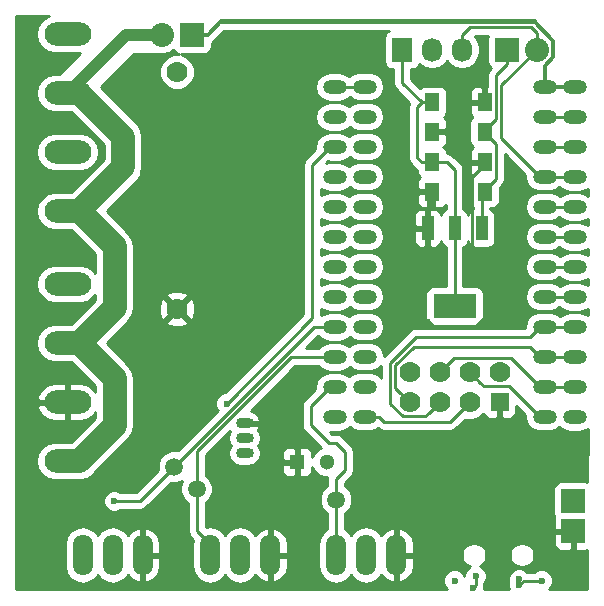
<source format=gbl>
G04 #@! TF.FileFunction,Copper,L2,Bot,Signal*
%FSLAX46Y46*%
G04 Gerber Fmt 4.6, Leading zero omitted, Abs format (unit mm)*
G04 Created by KiCad (PCBNEW 4.0.2-stable) date 19-Oct-16 7:33:17 PM*
%MOMM*%
G01*
G04 APERTURE LIST*
%ADD10C,0.100000*%
%ADD11C,1.778000*%
%ADD12R,2.032000X2.032000*%
%ADD13C,1.500000*%
%ADD14O,3.962400X1.981200*%
%ADD15O,2.032000X2.032000*%
%ADD16O,1.699260X3.500120*%
%ADD17O,1.501140X0.899160*%
%ADD18R,1.727200X2.032000*%
%ADD19O,1.727200X2.032000*%
%ADD20R,3.657600X2.032000*%
%ADD21R,1.016000X2.032000*%
%ADD22R,1.250000X1.500000*%
%ADD23R,1.300000X1.300000*%
%ADD24C,1.300000*%
%ADD25R,1.524000X1.524000*%
%ADD26O,2.000000X1.200000*%
%ADD27C,0.600000*%
%ADD28C,0.250000*%
%ADD29C,0.300000*%
%ADD30C,0.400000*%
%ADD31C,2.000000*%
%ADD32C,1.000000*%
%ADD33C,0.254000*%
G04 APERTURE END LIST*
D10*
D11*
X139065000Y-77470000D03*
X139065000Y-97536000D03*
D12*
X172593000Y-113792000D03*
X172593000Y-116332000D03*
D13*
X138811000Y-110871000D03*
X152527000Y-113665000D03*
X140716000Y-112776000D03*
D14*
X129794000Y-89248000D03*
X129794000Y-84248000D03*
X129794000Y-74248000D03*
X129794000Y-79248000D03*
X129794000Y-110410000D03*
X129794000Y-105410000D03*
X129794000Y-95410000D03*
X129794000Y-100410000D03*
D12*
X140335000Y-74295000D03*
D15*
X137795000Y-74295000D03*
D16*
X155067000Y-118364000D03*
X152527000Y-118364000D03*
X157607000Y-118364000D03*
X144399000Y-118364000D03*
X141859000Y-118364000D03*
X146939000Y-118364000D03*
X133604000Y-118364000D03*
X131064000Y-118364000D03*
X136144000Y-118364000D03*
D17*
X144780000Y-108458000D03*
X144780000Y-109728000D03*
X144780000Y-107188000D03*
D12*
X167005000Y-75565000D03*
D15*
X169545000Y-75565000D03*
D18*
X158115000Y-75565000D03*
D19*
X160655000Y-75565000D03*
X163195000Y-75565000D03*
D20*
X162560000Y-97282000D03*
D21*
X162560000Y-90678000D03*
X164846000Y-90678000D03*
X160274000Y-90678000D03*
D22*
X165100000Y-80030000D03*
X165100000Y-82530000D03*
X165100000Y-85110000D03*
X165100000Y-87610000D03*
X160655000Y-80030000D03*
X160655000Y-82530000D03*
X160655000Y-85110000D03*
X160655000Y-87610000D03*
D23*
X149225000Y-110490000D03*
D24*
X151725000Y-110490000D03*
D25*
X166370000Y-105410000D03*
D11*
X163830000Y-105410000D03*
X161290000Y-105410000D03*
X158750000Y-105410000D03*
X158750000Y-102870000D03*
X161290000Y-102870000D03*
X163830000Y-102870000D03*
X166370000Y-102870000D03*
D26*
X170180302Y-78708446D03*
X154940302Y-78708446D03*
X170180302Y-81248446D03*
X154940302Y-81248446D03*
X170180302Y-83788446D03*
X154940302Y-83788446D03*
X170180302Y-86328446D03*
X154940302Y-86328446D03*
X170180302Y-88868446D03*
X154940302Y-88868446D03*
X170180302Y-91408446D03*
X154940302Y-91408446D03*
X170180302Y-93948446D03*
X154940302Y-93948446D03*
X170180302Y-96488446D03*
X154940302Y-96488446D03*
X170180302Y-99028446D03*
X154940302Y-99028446D03*
X170180302Y-101568446D03*
X154940302Y-101568446D03*
X170180302Y-104108446D03*
X154940302Y-104108446D03*
X170180302Y-106648446D03*
X154940302Y-106648446D03*
X152400000Y-78740000D03*
X152400000Y-81280000D03*
X152400000Y-83820000D03*
X152400000Y-86360000D03*
X152400000Y-88900000D03*
X152400000Y-91440000D03*
X152400000Y-93980000D03*
X152400000Y-96520000D03*
X152400000Y-99060000D03*
X152400000Y-101600000D03*
X152400000Y-104140000D03*
X152400000Y-106680000D03*
X172720000Y-106680000D03*
X172720000Y-104140000D03*
X172720000Y-101600000D03*
X172720000Y-99060000D03*
X172720000Y-96520000D03*
X172720000Y-93980000D03*
X172720000Y-91440000D03*
X172720000Y-88900000D03*
X172720000Y-86360000D03*
X172720000Y-83820000D03*
X172720000Y-81280000D03*
X172720000Y-78740000D03*
D27*
X133731000Y-113792000D03*
X168021000Y-120904000D03*
X168021000Y-120904000D03*
X168021000Y-120396000D03*
X164084000Y-121158000D03*
X164338000Y-120142000D03*
X162560000Y-120523000D03*
X169926000Y-120523000D03*
X143256000Y-105537000D03*
D28*
X154940302Y-78708446D02*
X152431554Y-78708446D01*
X152431554Y-78708446D02*
X152400000Y-78740000D01*
X165100000Y-85110000D02*
X165100000Y-85235000D01*
X165100000Y-85235000D02*
X164012999Y-86322001D01*
X158750000Y-97663000D02*
X158750000Y-94869000D01*
X164012999Y-86322001D02*
X164012999Y-94416999D01*
X159512802Y-98425802D02*
X158750000Y-97663000D01*
X164012999Y-94416999D02*
X165100000Y-95504000D01*
X165100000Y-95504000D02*
X165100000Y-98171802D01*
X160274000Y-98425802D02*
X159512802Y-98425802D01*
X165100000Y-98171802D02*
X164338802Y-98933000D01*
X158750000Y-94869000D02*
X160274000Y-93345000D01*
X164338802Y-98933000D02*
X160781198Y-98933000D01*
X160781198Y-98933000D02*
X160274000Y-98425802D01*
X160274000Y-93345000D02*
X160274000Y-90678000D01*
X165080000Y-85090000D02*
X165100000Y-85110000D01*
X160655000Y-87610000D02*
X160655000Y-87485000D01*
X160274000Y-90678000D02*
X160274000Y-87991000D01*
X160274000Y-87991000D02*
X160655000Y-87610000D01*
X172720000Y-83820000D02*
X170211856Y-83820000D01*
X170211856Y-83820000D02*
X170180302Y-83788446D01*
X169780302Y-86328446D02*
X170180302Y-86328446D01*
X169545000Y-75565000D02*
X166529989Y-78580011D01*
X166529989Y-83078133D02*
X169780302Y-86328446D01*
X166529989Y-78580011D02*
X166529989Y-83078133D01*
X169545000Y-75565000D02*
X169545000Y-74128160D01*
X169545000Y-74128160D02*
X169076840Y-73660000D01*
X169076840Y-73660000D02*
X163834000Y-73660000D01*
X163834000Y-73660000D02*
X163195000Y-74299000D01*
X163195000Y-74299000D02*
X163195000Y-75565000D01*
X172720000Y-86360000D02*
X170211856Y-86360000D01*
X170211856Y-86360000D02*
X170180302Y-86328446D01*
X172720000Y-88900000D02*
X170211856Y-88900000D01*
X170211856Y-88900000D02*
X170180302Y-88868446D01*
X172720000Y-91440000D02*
X170211856Y-91440000D01*
X170211856Y-91440000D02*
X170180302Y-91408446D01*
X172720000Y-93980000D02*
X170211856Y-93980000D01*
X170211856Y-93980000D02*
X170180302Y-93948446D01*
X172720000Y-96520000D02*
X170211856Y-96520000D01*
X170211856Y-96520000D02*
X170180302Y-96488446D01*
X160075999Y-106624001D02*
X160401001Y-106298999D01*
X160401001Y-106298999D02*
X161290000Y-105410000D01*
X158167279Y-106624001D02*
X160075999Y-106624001D01*
X169780302Y-99028446D02*
X168930302Y-99878446D01*
X159308421Y-99878446D02*
X157085990Y-102100877D01*
X170180302Y-99028446D02*
X169780302Y-99028446D01*
X157085990Y-102100877D02*
X157085990Y-105542712D01*
X157085990Y-105542712D02*
X158167279Y-106624001D01*
X168930302Y-99878446D02*
X159308421Y-99878446D01*
X172720000Y-99060000D02*
X170211856Y-99060000D01*
X170211856Y-99060000D02*
X170180302Y-99028446D01*
X172720000Y-101600000D02*
X170211856Y-101600000D01*
X170211856Y-101600000D02*
X170180302Y-101568446D01*
X157861001Y-104521001D02*
X158750000Y-105410000D01*
X168930302Y-100718446D02*
X159104832Y-100718446D01*
X157535999Y-102287279D02*
X157535999Y-104195999D01*
X169780302Y-101568446D02*
X168930302Y-100718446D01*
X170180302Y-101568446D02*
X169780302Y-101568446D01*
X159104832Y-100718446D02*
X157535999Y-102287279D01*
X157535999Y-104195999D02*
X157861001Y-104521001D01*
X170180302Y-104108446D02*
X172688446Y-104108446D01*
X172688446Y-104108446D02*
X172720000Y-104140000D01*
X161290000Y-102870000D02*
X162504001Y-101655999D01*
X162504001Y-101655999D02*
X167327855Y-101655999D01*
X167327855Y-101655999D02*
X169780302Y-104108446D01*
X169780302Y-104108446D02*
X170180302Y-104108446D01*
X165044001Y-104084001D02*
X164718999Y-103758999D01*
X170180302Y-106648446D02*
X169780302Y-106648446D01*
X164718999Y-103758999D02*
X163830000Y-102870000D01*
X167215857Y-104084001D02*
X165044001Y-104084001D01*
X169780302Y-106648446D02*
X167215857Y-104084001D01*
X163830000Y-105410000D02*
X162165988Y-107074012D01*
X162165988Y-107074012D02*
X156615868Y-107074012D01*
X156615868Y-107074012D02*
X156190302Y-106648446D01*
X156190302Y-106648446D02*
X154940302Y-106648446D01*
X135926004Y-113792000D02*
X138212004Y-111506000D01*
X138212004Y-111506000D02*
X150658004Y-99060000D01*
X138811000Y-110871000D02*
X138811000Y-110907004D01*
X138811000Y-110907004D02*
X138212004Y-111506000D01*
X133731000Y-113792000D02*
X135926004Y-113792000D01*
X151150000Y-99060000D02*
X152400000Y-99060000D01*
X150658004Y-99060000D02*
X151150000Y-99060000D01*
X162560000Y-90678000D02*
X162560000Y-97282000D01*
X162560000Y-85725000D02*
X162560000Y-90678000D01*
X161925000Y-85090000D02*
X162560000Y-85725000D01*
X161550000Y-85090000D02*
X161925000Y-85090000D01*
X160655000Y-85110000D02*
X161530000Y-85110000D01*
X161530000Y-85110000D02*
X161550000Y-85090000D01*
X159385000Y-80645000D02*
X159385000Y-80425000D01*
X159385000Y-80425000D02*
X159780000Y-80030000D01*
X159780000Y-80030000D02*
X160655000Y-80030000D01*
X159385000Y-81280000D02*
X159385000Y-80645000D01*
X159385000Y-84715000D02*
X159385000Y-81280000D01*
X160655000Y-85110000D02*
X159780000Y-85110000D01*
X159780000Y-85110000D02*
X159385000Y-84715000D01*
X158115000Y-75565000D02*
X158115000Y-78365000D01*
X158115000Y-78365000D02*
X159780000Y-80030000D01*
X165100000Y-82405000D02*
X165100000Y-82530000D01*
X166079978Y-77756022D02*
X166079978Y-81425022D01*
X166079978Y-81425022D02*
X165100000Y-82405000D01*
X167005000Y-75565000D02*
X167005000Y-76831000D01*
X167005000Y-76831000D02*
X166079978Y-77756022D01*
X165100000Y-87610000D02*
X165100000Y-87485000D01*
X165100000Y-82655000D02*
X165100000Y-82530000D01*
X165100000Y-87485000D02*
X166050001Y-86534999D01*
X166050001Y-86534999D02*
X166050001Y-83605001D01*
X166050001Y-83605001D02*
X165100000Y-82655000D01*
X164846000Y-90678000D02*
X164846000Y-87864000D01*
X164846000Y-87864000D02*
X165100000Y-87610000D01*
D29*
X170911001Y-76220681D02*
X170911001Y-74822396D01*
X141651000Y-74295000D02*
X140335000Y-74295000D01*
X170180302Y-78708446D02*
X170180302Y-76951380D01*
X170180302Y-76951380D02*
X170911001Y-76220681D01*
X170911001Y-74822396D02*
X169273595Y-73184990D01*
D30*
X169273595Y-73184990D02*
X142761010Y-73184990D01*
D29*
X142761010Y-73184990D02*
X141651000Y-74295000D01*
X170180302Y-78708446D02*
X172688446Y-78708446D01*
X172688446Y-78708446D02*
X172720000Y-78740000D01*
D28*
X140759370Y-109595045D02*
X140759370Y-113665000D01*
X140759370Y-113665000D02*
X140759370Y-116363940D01*
X140716000Y-112776000D02*
X140716000Y-113621630D01*
X140716000Y-113621630D02*
X140759370Y-113665000D01*
X141859000Y-117463570D02*
X141859000Y-118364000D01*
X140759370Y-116363940D02*
X141859000Y-117463570D01*
X148754415Y-101600000D02*
X140759370Y-109595045D01*
X152400000Y-101600000D02*
X148754415Y-101600000D01*
X152527000Y-118364000D02*
X152527000Y-112522000D01*
X152527000Y-112522000D02*
X152527000Y-111946998D01*
X152527000Y-113665000D02*
X152527000Y-112522000D01*
X150368000Y-107315000D02*
X150368000Y-105772000D01*
X150368000Y-105772000D02*
X152000000Y-104140000D01*
X152000000Y-104140000D02*
X152400000Y-104140000D01*
X151892000Y-108839000D02*
X150368000Y-107315000D01*
X152527000Y-108839000D02*
X151892000Y-108839000D01*
X153289000Y-109601000D02*
X152527000Y-108839000D01*
X153289000Y-111184998D02*
X153289000Y-109601000D01*
X152527000Y-111946998D02*
X153289000Y-111184998D01*
X152527000Y-118364000D02*
X152527000Y-117463570D01*
D31*
X134493000Y-82956400D02*
X134493000Y-85539600D01*
X134493000Y-85539600D02*
X130784600Y-89248000D01*
X130784600Y-89248000D02*
X129794000Y-89248000D01*
X129794000Y-79248000D02*
X130784600Y-79248000D01*
X130784600Y-79248000D02*
X134493000Y-82956400D01*
D32*
X137795000Y-74295000D02*
X134747000Y-74295000D01*
X134747000Y-74295000D02*
X129794000Y-79248000D01*
D31*
X129794000Y-100410000D02*
X130784600Y-100410000D01*
X130784600Y-100410000D02*
X133775200Y-103400600D01*
X133775200Y-103400600D02*
X133775200Y-107419400D01*
X133775200Y-107419400D02*
X130784600Y-110410000D01*
X130784600Y-110410000D02*
X129794000Y-110410000D01*
X130784600Y-89248000D02*
X133775200Y-92238600D01*
X133775200Y-92238600D02*
X133775200Y-97419400D01*
X133775200Y-97419400D02*
X130784600Y-100410000D01*
D28*
X170180302Y-81248446D02*
X172688446Y-81248446D01*
X172688446Y-81248446D02*
X172720000Y-81280000D01*
X169926000Y-120523000D02*
X168402000Y-120523000D01*
X168402000Y-120523000D02*
X168021000Y-120904000D01*
X168021000Y-120396000D02*
X168021000Y-120904000D01*
X164338000Y-120142000D02*
X164338000Y-120904000D01*
X164338000Y-120904000D02*
X164084000Y-121158000D01*
X150495000Y-98298000D02*
X143256000Y-105537000D01*
X150495000Y-85325000D02*
X150495000Y-98298000D01*
X152400000Y-83820000D02*
X152000000Y-83820000D01*
X152000000Y-83820000D02*
X150495000Y-85325000D01*
D33*
G36*
X128130056Y-72746141D02*
X127602673Y-73098527D01*
X127250287Y-73625910D01*
X127126546Y-74248000D01*
X127250287Y-74870090D01*
X127602673Y-75397473D01*
X128130056Y-75749859D01*
X128752146Y-75873600D01*
X130835854Y-75873600D01*
X130861203Y-75868558D01*
X129107360Y-77622400D01*
X128752146Y-77622400D01*
X128130056Y-77746141D01*
X127602673Y-78098527D01*
X127250287Y-78625910D01*
X127126546Y-79248000D01*
X127250287Y-79870090D01*
X127602673Y-80397473D01*
X128130056Y-80749859D01*
X128752146Y-80873600D01*
X129746738Y-80873600D01*
X129794000Y-80883001D01*
X129794005Y-80883000D01*
X130107360Y-80883000D01*
X132858000Y-83633639D01*
X132858000Y-84862361D01*
X130107360Y-87613000D01*
X129794000Y-87613000D01*
X129746743Y-87622400D01*
X128752146Y-87622400D01*
X128130056Y-87746141D01*
X127602673Y-88098527D01*
X127250287Y-88625910D01*
X127126546Y-89248000D01*
X127250287Y-89870090D01*
X127602673Y-90397473D01*
X128130056Y-90749859D01*
X128752146Y-90873600D01*
X129746743Y-90873600D01*
X129794000Y-90883000D01*
X130107360Y-90883000D01*
X132140200Y-92915840D01*
X132140200Y-94492311D01*
X131985327Y-94260527D01*
X131457944Y-93908141D01*
X130835854Y-93784400D01*
X128752146Y-93784400D01*
X128130056Y-93908141D01*
X127602673Y-94260527D01*
X127250287Y-94787910D01*
X127126546Y-95410000D01*
X127250287Y-96032090D01*
X127602673Y-96559473D01*
X128130056Y-96911859D01*
X128752146Y-97035600D01*
X130835854Y-97035600D01*
X131457944Y-96911859D01*
X131985327Y-96559473D01*
X132140200Y-96327689D01*
X132140200Y-96742160D01*
X130107360Y-98775000D01*
X129794000Y-98775000D01*
X129746743Y-98784400D01*
X128752146Y-98784400D01*
X128130056Y-98908141D01*
X127602673Y-99260527D01*
X127250287Y-99787910D01*
X127126546Y-100410000D01*
X127250287Y-101032090D01*
X127602673Y-101559473D01*
X128130056Y-101911859D01*
X128752146Y-102035600D01*
X129746743Y-102035600D01*
X129794000Y-102045000D01*
X130107360Y-102045000D01*
X132140200Y-104077840D01*
X132140200Y-104557763D01*
X132023876Y-104350330D01*
X131524023Y-103956742D01*
X130911600Y-103784400D01*
X129921000Y-103784400D01*
X129921000Y-105283000D01*
X129941000Y-105283000D01*
X129941000Y-105537000D01*
X129921000Y-105537000D01*
X129921000Y-107035600D01*
X130911600Y-107035600D01*
X131524023Y-106863258D01*
X132023876Y-106469670D01*
X132140200Y-106262237D01*
X132140200Y-106742160D01*
X130107360Y-108775000D01*
X129794000Y-108775000D01*
X129746743Y-108784400D01*
X128752146Y-108784400D01*
X128130056Y-108908141D01*
X127602673Y-109260527D01*
X127250287Y-109787910D01*
X127126546Y-110410000D01*
X127250287Y-111032090D01*
X127602673Y-111559473D01*
X128130056Y-111911859D01*
X128752146Y-112035600D01*
X129746743Y-112035600D01*
X129794000Y-112045000D01*
X130784595Y-112045000D01*
X130784600Y-112045001D01*
X130831862Y-112035600D01*
X130835854Y-112035600D01*
X131457944Y-111911859D01*
X131985327Y-111559473D01*
X132061766Y-111445074D01*
X134931320Y-108575520D01*
X135285743Y-108045088D01*
X135410201Y-107419400D01*
X135410200Y-107419395D01*
X135410200Y-103400605D01*
X135410201Y-103400600D01*
X135285743Y-102774912D01*
X134931320Y-102244480D01*
X133096840Y-100410000D01*
X134898644Y-98608196D01*
X138172409Y-98608196D01*
X138257467Y-98863539D01*
X138826965Y-99071516D01*
X139432700Y-99045723D01*
X139872533Y-98863539D01*
X139957591Y-98608196D01*
X139065000Y-97715605D01*
X138172409Y-98608196D01*
X134898644Y-98608196D01*
X134931320Y-98575520D01*
X135285743Y-98045088D01*
X135410201Y-97419400D01*
X135410200Y-97419395D01*
X135410200Y-97297965D01*
X137529484Y-97297965D01*
X137555277Y-97903700D01*
X137737461Y-98343533D01*
X137992804Y-98428591D01*
X138885395Y-97536000D01*
X139244605Y-97536000D01*
X140137196Y-98428591D01*
X140392539Y-98343533D01*
X140600516Y-97774035D01*
X140574723Y-97168300D01*
X140392539Y-96728467D01*
X140137196Y-96643409D01*
X139244605Y-97536000D01*
X138885395Y-97536000D01*
X137992804Y-96643409D01*
X137737461Y-96728467D01*
X137529484Y-97297965D01*
X135410200Y-97297965D01*
X135410200Y-96463804D01*
X138172409Y-96463804D01*
X139065000Y-97356395D01*
X139957591Y-96463804D01*
X139872533Y-96208461D01*
X139303035Y-96000484D01*
X138697300Y-96026277D01*
X138257467Y-96208461D01*
X138172409Y-96463804D01*
X135410200Y-96463804D01*
X135410200Y-92238605D01*
X135410201Y-92238600D01*
X135285743Y-91612912D01*
X134931320Y-91082480D01*
X133096840Y-89248000D01*
X135649117Y-86695722D01*
X135649120Y-86695720D01*
X136003543Y-86165287D01*
X136033270Y-86015840D01*
X136128001Y-85539600D01*
X136128000Y-85539595D01*
X136128000Y-82956405D01*
X136128001Y-82956400D01*
X136003543Y-82330713D01*
X135942370Y-82239161D01*
X135649120Y-81800280D01*
X135649117Y-81800278D01*
X135128840Y-81280000D01*
X150732968Y-81280000D01*
X150826977Y-81752614D01*
X151094691Y-82153277D01*
X151495354Y-82420991D01*
X151967968Y-82515000D01*
X152832032Y-82515000D01*
X153304646Y-82420991D01*
X153693763Y-82160992D01*
X154035656Y-82389437D01*
X154508270Y-82483446D01*
X155372334Y-82483446D01*
X155844948Y-82389437D01*
X156245611Y-82121723D01*
X156513325Y-81721060D01*
X156607334Y-81248446D01*
X156513325Y-80775832D01*
X156245611Y-80375169D01*
X155844948Y-80107455D01*
X155372334Y-80013446D01*
X154508270Y-80013446D01*
X154035656Y-80107455D01*
X153646539Y-80367454D01*
X153304646Y-80139009D01*
X152832032Y-80045000D01*
X151967968Y-80045000D01*
X151495354Y-80139009D01*
X151094691Y-80406723D01*
X150826977Y-80807386D01*
X150732968Y-81280000D01*
X135128840Y-81280000D01*
X132601540Y-78752700D01*
X135424239Y-75930000D01*
X137551954Y-75930000D01*
X137795000Y-75978345D01*
X138426810Y-75852670D01*
X138766792Y-75625501D01*
X138854910Y-75762441D01*
X139067110Y-75907431D01*
X139258399Y-75946168D01*
X138763188Y-75945736D01*
X138202851Y-76177262D01*
X137773769Y-76605596D01*
X137541265Y-77165528D01*
X137540736Y-77771812D01*
X137772262Y-78332149D01*
X138200596Y-78761231D01*
X138760528Y-78993735D01*
X139366812Y-78994264D01*
X139927149Y-78762738D01*
X139949926Y-78740000D01*
X150732968Y-78740000D01*
X150826977Y-79212614D01*
X151094691Y-79613277D01*
X151495354Y-79880991D01*
X151967968Y-79975000D01*
X152832032Y-79975000D01*
X153304646Y-79880991D01*
X153693763Y-79620992D01*
X154035656Y-79849437D01*
X154508270Y-79943446D01*
X155372334Y-79943446D01*
X155844948Y-79849437D01*
X156245611Y-79581723D01*
X156513325Y-79181060D01*
X156607334Y-78708446D01*
X156513325Y-78235832D01*
X156245611Y-77835169D01*
X155844948Y-77567455D01*
X155372334Y-77473446D01*
X154508270Y-77473446D01*
X154035656Y-77567455D01*
X153646539Y-77827454D01*
X153304646Y-77599009D01*
X152832032Y-77505000D01*
X151967968Y-77505000D01*
X151495354Y-77599009D01*
X151094691Y-77866723D01*
X150826977Y-78267386D01*
X150732968Y-78740000D01*
X139949926Y-78740000D01*
X140356231Y-78334404D01*
X140588735Y-77774472D01*
X140589264Y-77168188D01*
X140357738Y-76607851D01*
X139929404Y-76178769D01*
X139398793Y-75958440D01*
X141351000Y-75958440D01*
X141586317Y-75914162D01*
X141802441Y-75775090D01*
X141947431Y-75562890D01*
X141998440Y-75311000D01*
X141998440Y-74988819D01*
X142206079Y-74850079D01*
X143086168Y-73969990D01*
X156978550Y-73969990D01*
X156799959Y-74084910D01*
X156654969Y-74297110D01*
X156603960Y-74549000D01*
X156603960Y-76581000D01*
X156648238Y-76816317D01*
X156787310Y-77032441D01*
X156999510Y-77177431D01*
X157251400Y-77228440D01*
X157355000Y-77228440D01*
X157355000Y-78365000D01*
X157412852Y-78655839D01*
X157577599Y-78902401D01*
X158733524Y-80058326D01*
X158682852Y-80134161D01*
X158625000Y-80425000D01*
X158625000Y-84715000D01*
X158682852Y-85005839D01*
X158847599Y-85252401D01*
X159242599Y-85647401D01*
X159382560Y-85740920D01*
X159382560Y-85860000D01*
X159426838Y-86095317D01*
X159565910Y-86311441D01*
X159634006Y-86357969D01*
X159491673Y-86500302D01*
X159395000Y-86733691D01*
X159395000Y-87324250D01*
X159553750Y-87483000D01*
X160528000Y-87483000D01*
X160528000Y-87463000D01*
X160782000Y-87463000D01*
X160782000Y-87483000D01*
X160802000Y-87483000D01*
X160802000Y-87737000D01*
X160782000Y-87737000D01*
X160782000Y-88836250D01*
X160940750Y-88995000D01*
X161406310Y-88995000D01*
X161639699Y-88898327D01*
X161800000Y-88738025D01*
X161800000Y-89069573D01*
X161600559Y-89197910D01*
X161455569Y-89410110D01*
X161417000Y-89600569D01*
X161417000Y-89535690D01*
X161320327Y-89302301D01*
X161141698Y-89123673D01*
X160908309Y-89027000D01*
X160559750Y-89027000D01*
X160401000Y-89185750D01*
X160401000Y-90551000D01*
X160421000Y-90551000D01*
X160421000Y-90805000D01*
X160401000Y-90805000D01*
X160401000Y-92170250D01*
X160559750Y-92329000D01*
X160908309Y-92329000D01*
X161141698Y-92232327D01*
X161320327Y-92053699D01*
X161417000Y-91820310D01*
X161417000Y-91760113D01*
X161448838Y-91929317D01*
X161587910Y-92145441D01*
X161800000Y-92290356D01*
X161800000Y-95618560D01*
X160731200Y-95618560D01*
X160495883Y-95662838D01*
X160279759Y-95801910D01*
X160134769Y-96014110D01*
X160083760Y-96266000D01*
X160083760Y-98298000D01*
X160128038Y-98533317D01*
X160267110Y-98749441D01*
X160479310Y-98894431D01*
X160731200Y-98945440D01*
X164388800Y-98945440D01*
X164624117Y-98901162D01*
X164840241Y-98762090D01*
X164985231Y-98549890D01*
X165036240Y-98298000D01*
X165036240Y-96266000D01*
X164991962Y-96030683D01*
X164852890Y-95814559D01*
X164640690Y-95669569D01*
X164388800Y-95618560D01*
X163320000Y-95618560D01*
X163320000Y-92286427D01*
X163519441Y-92158090D01*
X163664431Y-91945890D01*
X163702543Y-91757686D01*
X163734838Y-91929317D01*
X163873910Y-92145441D01*
X164086110Y-92290431D01*
X164338000Y-92341440D01*
X165354000Y-92341440D01*
X165589317Y-92297162D01*
X165805441Y-92158090D01*
X165950431Y-91945890D01*
X166001440Y-91694000D01*
X166001440Y-89662000D01*
X165957162Y-89426683D01*
X165818090Y-89210559D01*
X165606000Y-89065644D01*
X165606000Y-89007440D01*
X165725000Y-89007440D01*
X165960317Y-88963162D01*
X166176441Y-88824090D01*
X166321431Y-88611890D01*
X166372440Y-88360000D01*
X166372440Y-87287362D01*
X166587402Y-87072400D01*
X166752149Y-86825839D01*
X166810001Y-86534999D01*
X166810001Y-84432947D01*
X168545163Y-86168109D01*
X168513270Y-86328446D01*
X168607279Y-86801060D01*
X168874993Y-87201723D01*
X169275656Y-87469437D01*
X169748270Y-87563446D01*
X170612334Y-87563446D01*
X171084948Y-87469437D01*
X171426539Y-87241194D01*
X171815354Y-87500991D01*
X172287968Y-87595000D01*
X173152032Y-87595000D01*
X173624646Y-87500991D01*
X173876005Y-87333039D01*
X173874496Y-87925953D01*
X173624646Y-87759009D01*
X173152032Y-87665000D01*
X172287968Y-87665000D01*
X171815354Y-87759009D01*
X171473763Y-87987252D01*
X171084948Y-87727455D01*
X170612334Y-87633446D01*
X169748270Y-87633446D01*
X169275656Y-87727455D01*
X168874993Y-87995169D01*
X168607279Y-88395832D01*
X168513270Y-88868446D01*
X168607279Y-89341060D01*
X168874993Y-89741723D01*
X169275656Y-90009437D01*
X169748270Y-90103446D01*
X170612334Y-90103446D01*
X171084948Y-90009437D01*
X171426539Y-89781194D01*
X171815354Y-90040991D01*
X172287968Y-90135000D01*
X173152032Y-90135000D01*
X173624646Y-90040991D01*
X173869531Y-89877364D01*
X173868044Y-90461642D01*
X173624646Y-90299009D01*
X173152032Y-90205000D01*
X172287968Y-90205000D01*
X171815354Y-90299009D01*
X171473763Y-90527252D01*
X171084948Y-90267455D01*
X170612334Y-90173446D01*
X169748270Y-90173446D01*
X169275656Y-90267455D01*
X168874993Y-90535169D01*
X168607279Y-90935832D01*
X168513270Y-91408446D01*
X168607279Y-91881060D01*
X168874993Y-92281723D01*
X169275656Y-92549437D01*
X169748270Y-92643446D01*
X170612334Y-92643446D01*
X171084948Y-92549437D01*
X171426539Y-92321194D01*
X171815354Y-92580991D01*
X172287968Y-92675000D01*
X173152032Y-92675000D01*
X173624646Y-92580991D01*
X173863057Y-92421690D01*
X173861592Y-92997331D01*
X173624646Y-92839009D01*
X173152032Y-92745000D01*
X172287968Y-92745000D01*
X171815354Y-92839009D01*
X171473763Y-93067252D01*
X171084948Y-92807455D01*
X170612334Y-92713446D01*
X169748270Y-92713446D01*
X169275656Y-92807455D01*
X168874993Y-93075169D01*
X168607279Y-93475832D01*
X168513270Y-93948446D01*
X168607279Y-94421060D01*
X168874993Y-94821723D01*
X169275656Y-95089437D01*
X169748270Y-95183446D01*
X170612334Y-95183446D01*
X171084948Y-95089437D01*
X171426539Y-94861194D01*
X171815354Y-95120991D01*
X172287968Y-95215000D01*
X173152032Y-95215000D01*
X173624646Y-95120991D01*
X173856583Y-94966016D01*
X173855140Y-95533020D01*
X173624646Y-95379009D01*
X173152032Y-95285000D01*
X172287968Y-95285000D01*
X171815354Y-95379009D01*
X171473763Y-95607252D01*
X171084948Y-95347455D01*
X170612334Y-95253446D01*
X169748270Y-95253446D01*
X169275656Y-95347455D01*
X168874993Y-95615169D01*
X168607279Y-96015832D01*
X168513270Y-96488446D01*
X168607279Y-96961060D01*
X168874993Y-97361723D01*
X169275656Y-97629437D01*
X169748270Y-97723446D01*
X170612334Y-97723446D01*
X171084948Y-97629437D01*
X171426539Y-97401194D01*
X171815354Y-97660991D01*
X172287968Y-97755000D01*
X173152032Y-97755000D01*
X173624646Y-97660991D01*
X173850108Y-97510342D01*
X173848688Y-98068709D01*
X173624646Y-97919009D01*
X173152032Y-97825000D01*
X172287968Y-97825000D01*
X171815354Y-97919009D01*
X171473763Y-98147252D01*
X171084948Y-97887455D01*
X170612334Y-97793446D01*
X169748270Y-97793446D01*
X169275656Y-97887455D01*
X168874993Y-98155169D01*
X168607279Y-98555832D01*
X168513270Y-99028446D01*
X168531172Y-99118446D01*
X159308421Y-99118446D01*
X159017582Y-99176298D01*
X158771020Y-99341045D01*
X156596763Y-101515302D01*
X156513325Y-101095832D01*
X156245611Y-100695169D01*
X155844948Y-100427455D01*
X155372334Y-100333446D01*
X154508270Y-100333446D01*
X154035656Y-100427455D01*
X153646539Y-100687454D01*
X153304646Y-100459009D01*
X152832032Y-100365000D01*
X151967968Y-100365000D01*
X151495354Y-100459009D01*
X151094691Y-100726723D01*
X151019002Y-100840000D01*
X149952806Y-100840000D01*
X150972806Y-99820000D01*
X151019002Y-99820000D01*
X151094691Y-99933277D01*
X151495354Y-100200991D01*
X151967968Y-100295000D01*
X152832032Y-100295000D01*
X153304646Y-100200991D01*
X153693763Y-99940992D01*
X154035656Y-100169437D01*
X154508270Y-100263446D01*
X155372334Y-100263446D01*
X155844948Y-100169437D01*
X156245611Y-99901723D01*
X156513325Y-99501060D01*
X156607334Y-99028446D01*
X156513325Y-98555832D01*
X156245611Y-98155169D01*
X155844948Y-97887455D01*
X155372334Y-97793446D01*
X154508270Y-97793446D01*
X154035656Y-97887455D01*
X153646539Y-98147454D01*
X153304646Y-97919009D01*
X152832032Y-97825000D01*
X151967968Y-97825000D01*
X151495354Y-97919009D01*
X151255000Y-98079608D01*
X151255000Y-97500392D01*
X151495354Y-97660991D01*
X151967968Y-97755000D01*
X152832032Y-97755000D01*
X153304646Y-97660991D01*
X153693763Y-97400992D01*
X154035656Y-97629437D01*
X154508270Y-97723446D01*
X155372334Y-97723446D01*
X155844948Y-97629437D01*
X156245611Y-97361723D01*
X156513325Y-96961060D01*
X156607334Y-96488446D01*
X156513325Y-96015832D01*
X156245611Y-95615169D01*
X155844948Y-95347455D01*
X155372334Y-95253446D01*
X154508270Y-95253446D01*
X154035656Y-95347455D01*
X153646539Y-95607454D01*
X153304646Y-95379009D01*
X152832032Y-95285000D01*
X151967968Y-95285000D01*
X151495354Y-95379009D01*
X151255000Y-95539608D01*
X151255000Y-94960392D01*
X151495354Y-95120991D01*
X151967968Y-95215000D01*
X152832032Y-95215000D01*
X153304646Y-95120991D01*
X153693763Y-94860992D01*
X154035656Y-95089437D01*
X154508270Y-95183446D01*
X155372334Y-95183446D01*
X155844948Y-95089437D01*
X156245611Y-94821723D01*
X156513325Y-94421060D01*
X156607334Y-93948446D01*
X156513325Y-93475832D01*
X156245611Y-93075169D01*
X155844948Y-92807455D01*
X155372334Y-92713446D01*
X154508270Y-92713446D01*
X154035656Y-92807455D01*
X153646539Y-93067454D01*
X153304646Y-92839009D01*
X152832032Y-92745000D01*
X151967968Y-92745000D01*
X151495354Y-92839009D01*
X151255000Y-92999608D01*
X151255000Y-92420392D01*
X151495354Y-92580991D01*
X151967968Y-92675000D01*
X152832032Y-92675000D01*
X153304646Y-92580991D01*
X153693763Y-92320992D01*
X154035656Y-92549437D01*
X154508270Y-92643446D01*
X155372334Y-92643446D01*
X155844948Y-92549437D01*
X156245611Y-92281723D01*
X156513325Y-91881060D01*
X156607334Y-91408446D01*
X156518879Y-90963750D01*
X159131000Y-90963750D01*
X159131000Y-91820310D01*
X159227673Y-92053699D01*
X159406302Y-92232327D01*
X159639691Y-92329000D01*
X159988250Y-92329000D01*
X160147000Y-92170250D01*
X160147000Y-90805000D01*
X159289750Y-90805000D01*
X159131000Y-90963750D01*
X156518879Y-90963750D01*
X156513325Y-90935832D01*
X156245611Y-90535169D01*
X155844948Y-90267455D01*
X155372334Y-90173446D01*
X154508270Y-90173446D01*
X154035656Y-90267455D01*
X153646539Y-90527454D01*
X153304646Y-90299009D01*
X152832032Y-90205000D01*
X151967968Y-90205000D01*
X151495354Y-90299009D01*
X151255000Y-90459608D01*
X151255000Y-89880392D01*
X151495354Y-90040991D01*
X151967968Y-90135000D01*
X152832032Y-90135000D01*
X153304646Y-90040991D01*
X153693763Y-89780992D01*
X154035656Y-90009437D01*
X154508270Y-90103446D01*
X155372334Y-90103446D01*
X155844948Y-90009437D01*
X156245611Y-89741723D01*
X156383277Y-89535690D01*
X159131000Y-89535690D01*
X159131000Y-90392250D01*
X159289750Y-90551000D01*
X160147000Y-90551000D01*
X160147000Y-89185750D01*
X159988250Y-89027000D01*
X159639691Y-89027000D01*
X159406302Y-89123673D01*
X159227673Y-89302301D01*
X159131000Y-89535690D01*
X156383277Y-89535690D01*
X156513325Y-89341060D01*
X156607334Y-88868446D01*
X156513325Y-88395832D01*
X156245611Y-87995169D01*
X156096820Y-87895750D01*
X159395000Y-87895750D01*
X159395000Y-88486309D01*
X159491673Y-88719698D01*
X159670301Y-88898327D01*
X159903690Y-88995000D01*
X160369250Y-88995000D01*
X160528000Y-88836250D01*
X160528000Y-87737000D01*
X159553750Y-87737000D01*
X159395000Y-87895750D01*
X156096820Y-87895750D01*
X155844948Y-87727455D01*
X155372334Y-87633446D01*
X154508270Y-87633446D01*
X154035656Y-87727455D01*
X153646539Y-87987454D01*
X153304646Y-87759009D01*
X152832032Y-87665000D01*
X151967968Y-87665000D01*
X151495354Y-87759009D01*
X151255000Y-87919608D01*
X151255000Y-87340392D01*
X151495354Y-87500991D01*
X151967968Y-87595000D01*
X152832032Y-87595000D01*
X153304646Y-87500991D01*
X153693763Y-87240992D01*
X154035656Y-87469437D01*
X154508270Y-87563446D01*
X155372334Y-87563446D01*
X155844948Y-87469437D01*
X156245611Y-87201723D01*
X156513325Y-86801060D01*
X156607334Y-86328446D01*
X156513325Y-85855832D01*
X156245611Y-85455169D01*
X155844948Y-85187455D01*
X155372334Y-85093446D01*
X154508270Y-85093446D01*
X154035656Y-85187455D01*
X153646539Y-85447454D01*
X153304646Y-85219009D01*
X152832032Y-85125000D01*
X151967968Y-85125000D01*
X151720597Y-85174205D01*
X151861066Y-85033736D01*
X151967968Y-85055000D01*
X152832032Y-85055000D01*
X153304646Y-84960991D01*
X153693763Y-84700992D01*
X154035656Y-84929437D01*
X154508270Y-85023446D01*
X155372334Y-85023446D01*
X155844948Y-84929437D01*
X156245611Y-84661723D01*
X156513325Y-84261060D01*
X156607334Y-83788446D01*
X156513325Y-83315832D01*
X156245611Y-82915169D01*
X155844948Y-82647455D01*
X155372334Y-82553446D01*
X154508270Y-82553446D01*
X154035656Y-82647455D01*
X153646539Y-82907454D01*
X153304646Y-82679009D01*
X152832032Y-82585000D01*
X151967968Y-82585000D01*
X151495354Y-82679009D01*
X151094691Y-82946723D01*
X150826977Y-83347386D01*
X150732968Y-83820000D01*
X150764861Y-83980337D01*
X149957599Y-84787599D01*
X149792852Y-85034161D01*
X149735000Y-85325000D01*
X149735000Y-97983198D01*
X143116320Y-104601878D01*
X143070833Y-104601838D01*
X142727057Y-104743883D01*
X142463808Y-105006673D01*
X142321162Y-105350201D01*
X142320838Y-105722167D01*
X142462883Y-106065943D01*
X142520021Y-106123181D01*
X139136640Y-109506562D01*
X139087702Y-109486241D01*
X138536715Y-109485760D01*
X138027485Y-109696169D01*
X137637539Y-110085436D01*
X137426241Y-110594298D01*
X137425760Y-111145285D01*
X137446857Y-111196345D01*
X135611202Y-113032000D01*
X134293463Y-113032000D01*
X134261327Y-112999808D01*
X133917799Y-112857162D01*
X133545833Y-112856838D01*
X133202057Y-112998883D01*
X132938808Y-113261673D01*
X132796162Y-113605201D01*
X132795838Y-113977167D01*
X132937883Y-114320943D01*
X133200673Y-114584192D01*
X133544201Y-114726838D01*
X133916167Y-114727162D01*
X134259943Y-114585117D01*
X134293118Y-114552000D01*
X135926004Y-114552000D01*
X136216843Y-114494148D01*
X136463405Y-114329401D01*
X138537045Y-112255761D01*
X139085285Y-112256240D01*
X139504009Y-112083227D01*
X139331241Y-112499298D01*
X139330760Y-113050285D01*
X139541169Y-113559515D01*
X139930436Y-113949461D01*
X139999370Y-113978085D01*
X139999370Y-116363940D01*
X140057222Y-116654779D01*
X140221969Y-116901341D01*
X140434613Y-117113985D01*
X140374370Y-117416844D01*
X140374370Y-119311156D01*
X140487381Y-119879299D01*
X140809208Y-120360948D01*
X141290857Y-120682775D01*
X141859000Y-120795786D01*
X142427143Y-120682775D01*
X142908792Y-120360948D01*
X143129000Y-120031383D01*
X143349208Y-120360948D01*
X143830857Y-120682775D01*
X144399000Y-120795786D01*
X144967143Y-120682775D01*
X145448792Y-120360948D01*
X145674516Y-120023127D01*
X145979011Y-120404024D01*
X146488190Y-120684649D01*
X146582168Y-120705540D01*
X146812000Y-120584214D01*
X146812000Y-118491000D01*
X147066000Y-118491000D01*
X147066000Y-120584214D01*
X147295832Y-120705540D01*
X147389810Y-120684649D01*
X147898989Y-120404024D01*
X148262018Y-119949906D01*
X148423630Y-119391430D01*
X148423630Y-118491000D01*
X147066000Y-118491000D01*
X146812000Y-118491000D01*
X146792000Y-118491000D01*
X146792000Y-118237000D01*
X146812000Y-118237000D01*
X146812000Y-116143786D01*
X147066000Y-116143786D01*
X147066000Y-118237000D01*
X148423630Y-118237000D01*
X148423630Y-117336570D01*
X148262018Y-116778094D01*
X147898989Y-116323976D01*
X147389810Y-116043351D01*
X147295832Y-116022460D01*
X147066000Y-116143786D01*
X146812000Y-116143786D01*
X146582168Y-116022460D01*
X146488190Y-116043351D01*
X145979011Y-116323976D01*
X145674516Y-116704873D01*
X145448792Y-116367052D01*
X144967143Y-116045225D01*
X144399000Y-115932214D01*
X143830857Y-116045225D01*
X143349208Y-116367052D01*
X143129000Y-116696617D01*
X142908792Y-116367052D01*
X142427143Y-116045225D01*
X141859000Y-115932214D01*
X141519370Y-115999771D01*
X141519370Y-113931011D01*
X141889461Y-113561564D01*
X142100759Y-113052702D01*
X142101240Y-112501715D01*
X141890831Y-111992485D01*
X141519370Y-111620376D01*
X141519370Y-109909847D01*
X143577865Y-107851352D01*
X143449844Y-108042949D01*
X143367285Y-108458000D01*
X143449844Y-108873051D01*
X143596809Y-109093000D01*
X143449844Y-109312949D01*
X143367285Y-109728000D01*
X143449844Y-110143051D01*
X143684951Y-110494914D01*
X144036814Y-110730021D01*
X144451865Y-110812580D01*
X145108135Y-110812580D01*
X145293291Y-110775750D01*
X147940000Y-110775750D01*
X147940000Y-111266310D01*
X148036673Y-111499699D01*
X148215302Y-111678327D01*
X148448691Y-111775000D01*
X148939250Y-111775000D01*
X149098000Y-111616250D01*
X149098000Y-110617000D01*
X148098750Y-110617000D01*
X147940000Y-110775750D01*
X145293291Y-110775750D01*
X145523186Y-110730021D01*
X145875049Y-110494914D01*
X146110156Y-110143051D01*
X146192715Y-109728000D01*
X146189869Y-109713690D01*
X147940000Y-109713690D01*
X147940000Y-110204250D01*
X148098750Y-110363000D01*
X149098000Y-110363000D01*
X149098000Y-109363750D01*
X148939250Y-109205000D01*
X148448691Y-109205000D01*
X148215302Y-109301673D01*
X148036673Y-109480301D01*
X147940000Y-109713690D01*
X146189869Y-109713690D01*
X146110156Y-109312949D01*
X145963191Y-109093000D01*
X146110156Y-108873051D01*
X146192715Y-108458000D01*
X146110156Y-108042949D01*
X145960359Y-107818762D01*
X146124981Y-107481935D01*
X145998068Y-107315000D01*
X144907000Y-107315000D01*
X144907000Y-107335000D01*
X144653000Y-107335000D01*
X144653000Y-107315000D01*
X144633000Y-107315000D01*
X144633000Y-107061000D01*
X144653000Y-107061000D01*
X144653000Y-107041000D01*
X144907000Y-107041000D01*
X144907000Y-107061000D01*
X145998068Y-107061000D01*
X146124981Y-106894065D01*
X145937706Y-106510889D01*
X145613373Y-106234580D01*
X145296999Y-106132218D01*
X149069217Y-102360000D01*
X151019002Y-102360000D01*
X151094691Y-102473277D01*
X151495354Y-102740991D01*
X151967968Y-102835000D01*
X152832032Y-102835000D01*
X153304646Y-102740991D01*
X153693763Y-102480992D01*
X154035656Y-102709437D01*
X154508270Y-102803446D01*
X155372334Y-102803446D01*
X155844948Y-102709437D01*
X156245611Y-102441723D01*
X156325990Y-102321427D01*
X156325990Y-103355465D01*
X156245611Y-103235169D01*
X155844948Y-102967455D01*
X155372334Y-102873446D01*
X154508270Y-102873446D01*
X154035656Y-102967455D01*
X153646539Y-103227454D01*
X153304646Y-102999009D01*
X152832032Y-102905000D01*
X151967968Y-102905000D01*
X151495354Y-102999009D01*
X151094691Y-103266723D01*
X150826977Y-103667386D01*
X150732968Y-104140000D01*
X150764861Y-104300337D01*
X149830599Y-105234599D01*
X149665852Y-105481161D01*
X149608000Y-105772000D01*
X149608000Y-107315000D01*
X149665852Y-107605839D01*
X149830599Y-107852401D01*
X151267048Y-109288850D01*
X150998057Y-109399995D01*
X150636265Y-109761155D01*
X150510000Y-110065235D01*
X150510000Y-109713690D01*
X150413327Y-109480301D01*
X150234698Y-109301673D01*
X150001309Y-109205000D01*
X149510750Y-109205000D01*
X149352000Y-109363750D01*
X149352000Y-110363000D01*
X149372000Y-110363000D01*
X149372000Y-110617000D01*
X149352000Y-110617000D01*
X149352000Y-111616250D01*
X149510750Y-111775000D01*
X150001309Y-111775000D01*
X150234698Y-111678327D01*
X150413327Y-111499699D01*
X150510000Y-111266310D01*
X150510000Y-110914433D01*
X150634995Y-111216943D01*
X150996155Y-111578735D01*
X151468276Y-111774777D01*
X151801199Y-111775067D01*
X151767000Y-111946998D01*
X151767000Y-112480453D01*
X151743485Y-112490169D01*
X151353539Y-112879436D01*
X151142241Y-113388298D01*
X151141760Y-113939285D01*
X151352169Y-114448515D01*
X151741436Y-114838461D01*
X151767000Y-114849076D01*
X151767000Y-116173420D01*
X151477208Y-116367052D01*
X151155381Y-116848701D01*
X151042370Y-117416844D01*
X151042370Y-119311156D01*
X151155381Y-119879299D01*
X151477208Y-120360948D01*
X151958857Y-120682775D01*
X152527000Y-120795786D01*
X153095143Y-120682775D01*
X153576792Y-120360948D01*
X153797000Y-120031383D01*
X154017208Y-120360948D01*
X154498857Y-120682775D01*
X155067000Y-120795786D01*
X155635143Y-120682775D01*
X156116792Y-120360948D01*
X156342516Y-120023127D01*
X156647011Y-120404024D01*
X157156190Y-120684649D01*
X157250168Y-120705540D01*
X157480000Y-120584214D01*
X157480000Y-118491000D01*
X157734000Y-118491000D01*
X157734000Y-120584214D01*
X157963832Y-120705540D01*
X158057810Y-120684649D01*
X158566989Y-120404024D01*
X158930018Y-119949906D01*
X159091630Y-119391430D01*
X159091630Y-118491000D01*
X157734000Y-118491000D01*
X157480000Y-118491000D01*
X157460000Y-118491000D01*
X157460000Y-118237000D01*
X157480000Y-118237000D01*
X157480000Y-116143786D01*
X157734000Y-116143786D01*
X157734000Y-118237000D01*
X159091630Y-118237000D01*
X159091630Y-117336570D01*
X158930018Y-116778094D01*
X158801837Y-116617750D01*
X170942000Y-116617750D01*
X170942000Y-117474310D01*
X171038673Y-117707699D01*
X171217302Y-117886327D01*
X171450691Y-117983000D01*
X172307250Y-117983000D01*
X172466000Y-117824250D01*
X172466000Y-116459000D01*
X171100750Y-116459000D01*
X170942000Y-116617750D01*
X158801837Y-116617750D01*
X158566989Y-116323976D01*
X158057810Y-116043351D01*
X157963832Y-116022460D01*
X157734000Y-116143786D01*
X157480000Y-116143786D01*
X157250168Y-116022460D01*
X157156190Y-116043351D01*
X156647011Y-116323976D01*
X156342516Y-116704873D01*
X156116792Y-116367052D01*
X155635143Y-116045225D01*
X155067000Y-115932214D01*
X154498857Y-116045225D01*
X154017208Y-116367052D01*
X153797000Y-116696617D01*
X153576792Y-116367052D01*
X153287000Y-116173420D01*
X153287000Y-114849547D01*
X153310515Y-114839831D01*
X153700461Y-114450564D01*
X153911759Y-113941702D01*
X153912240Y-113390715D01*
X153701831Y-112881485D01*
X153312564Y-112491539D01*
X153287000Y-112480924D01*
X153287000Y-112261800D01*
X153826401Y-111722399D01*
X153991148Y-111475837D01*
X154049000Y-111184998D01*
X154049000Y-109601000D01*
X153991148Y-109310161D01*
X153826401Y-109063599D01*
X153064401Y-108301599D01*
X152817839Y-108136852D01*
X152527000Y-108079000D01*
X152206802Y-108079000D01*
X152042802Y-107915000D01*
X152832032Y-107915000D01*
X153304646Y-107820991D01*
X153693763Y-107560992D01*
X154035656Y-107789437D01*
X154508270Y-107883446D01*
X155372334Y-107883446D01*
X155844948Y-107789437D01*
X156094924Y-107622409D01*
X156325028Y-107776160D01*
X156615868Y-107834012D01*
X162165988Y-107834012D01*
X162456827Y-107776160D01*
X162703389Y-107611413D01*
X163423452Y-106891350D01*
X163525528Y-106933735D01*
X164131812Y-106934264D01*
X164692149Y-106702738D01*
X165009357Y-106386083D01*
X165069673Y-106531698D01*
X165248301Y-106710327D01*
X165481690Y-106807000D01*
X166084250Y-106807000D01*
X166243000Y-106648250D01*
X166243000Y-105537000D01*
X166223000Y-105537000D01*
X166223000Y-105283000D01*
X166243000Y-105283000D01*
X166243000Y-105263000D01*
X166497000Y-105263000D01*
X166497000Y-105283000D01*
X166517000Y-105283000D01*
X166517000Y-105537000D01*
X166497000Y-105537000D01*
X166497000Y-106648250D01*
X166655750Y-106807000D01*
X167258310Y-106807000D01*
X167491699Y-106710327D01*
X167670327Y-106531698D01*
X167767000Y-106298309D01*
X167767000Y-105709946D01*
X168545163Y-106488109D01*
X168513270Y-106648446D01*
X168607279Y-107121060D01*
X168874993Y-107521723D01*
X169275656Y-107789437D01*
X169748270Y-107883446D01*
X170612334Y-107883446D01*
X171084948Y-107789437D01*
X171426539Y-107561194D01*
X171815354Y-107820991D01*
X172287968Y-107915000D01*
X173152032Y-107915000D01*
X173624646Y-107820991D01*
X173824212Y-107687645D01*
X173812807Y-112169832D01*
X173609000Y-112128560D01*
X171577000Y-112128560D01*
X171341683Y-112172838D01*
X171125559Y-112311910D01*
X170980569Y-112524110D01*
X170929560Y-112776000D01*
X170929560Y-114808000D01*
X170973838Y-115043317D01*
X170991354Y-115070538D01*
X170942000Y-115189690D01*
X170942000Y-116046250D01*
X171100750Y-116205000D01*
X172466000Y-116205000D01*
X172466000Y-116185000D01*
X172720000Y-116185000D01*
X172720000Y-116205000D01*
X172740000Y-116205000D01*
X172740000Y-116459000D01*
X172720000Y-116459000D01*
X172720000Y-117824250D01*
X172878750Y-117983000D01*
X173735309Y-117983000D01*
X173798081Y-117956999D01*
X173789804Y-121210000D01*
X170561245Y-121210000D01*
X170718192Y-121053327D01*
X170860838Y-120709799D01*
X170861162Y-120337833D01*
X170719117Y-119994057D01*
X170456327Y-119730808D01*
X170112799Y-119588162D01*
X169740833Y-119587838D01*
X169397057Y-119729883D01*
X169363882Y-119763000D01*
X168710241Y-119763000D01*
X168551327Y-119603808D01*
X168207799Y-119461162D01*
X167835833Y-119460838D01*
X167492057Y-119602883D01*
X167228808Y-119865673D01*
X167086162Y-120209201D01*
X167085838Y-120581167D01*
X167114173Y-120649743D01*
X167086162Y-120717201D01*
X167085838Y-121089167D01*
X167135765Y-121210000D01*
X165030018Y-121210000D01*
X165040148Y-121194840D01*
X165098000Y-120904000D01*
X165098000Y-120704463D01*
X165130192Y-120672327D01*
X165272838Y-120328799D01*
X165273162Y-119956833D01*
X165131117Y-119613057D01*
X164868327Y-119349808D01*
X164692397Y-119276755D01*
X164963133Y-119095856D01*
X165187492Y-118760077D01*
X165266277Y-118364000D01*
X167219723Y-118364000D01*
X167298508Y-118760077D01*
X167522867Y-119095856D01*
X167858646Y-119320215D01*
X168254723Y-119399000D01*
X168295277Y-119399000D01*
X168691354Y-119320215D01*
X169027133Y-119095856D01*
X169251492Y-118760077D01*
X169330277Y-118364000D01*
X169251492Y-117967923D01*
X169027133Y-117632144D01*
X168691354Y-117407785D01*
X168295277Y-117329000D01*
X168254723Y-117329000D01*
X167858646Y-117407785D01*
X167522867Y-117632144D01*
X167298508Y-117967923D01*
X167219723Y-118364000D01*
X165266277Y-118364000D01*
X165187492Y-117967923D01*
X164963133Y-117632144D01*
X164627354Y-117407785D01*
X164231277Y-117329000D01*
X164190723Y-117329000D01*
X163794646Y-117407785D01*
X163458867Y-117632144D01*
X163234508Y-117967923D01*
X163155723Y-118364000D01*
X163234508Y-118760077D01*
X163458867Y-119095856D01*
X163794646Y-119320215D01*
X163851209Y-119331466D01*
X163809057Y-119348883D01*
X163545808Y-119611673D01*
X163403162Y-119955201D01*
X163403023Y-120114839D01*
X163353117Y-119994057D01*
X163090327Y-119730808D01*
X162746799Y-119588162D01*
X162374833Y-119587838D01*
X162031057Y-119729883D01*
X161767808Y-119992673D01*
X161625162Y-120336201D01*
X161624838Y-120708167D01*
X161766883Y-121051943D01*
X161924664Y-121210000D01*
X125424000Y-121210000D01*
X125424000Y-117416844D01*
X129579370Y-117416844D01*
X129579370Y-119311156D01*
X129692381Y-119879299D01*
X130014208Y-120360948D01*
X130495857Y-120682775D01*
X131064000Y-120795786D01*
X131632143Y-120682775D01*
X132113792Y-120360948D01*
X132334000Y-120031383D01*
X132554208Y-120360948D01*
X133035857Y-120682775D01*
X133604000Y-120795786D01*
X134172143Y-120682775D01*
X134653792Y-120360948D01*
X134879516Y-120023127D01*
X135184011Y-120404024D01*
X135693190Y-120684649D01*
X135787168Y-120705540D01*
X136017000Y-120584214D01*
X136017000Y-118491000D01*
X136271000Y-118491000D01*
X136271000Y-120584214D01*
X136500832Y-120705540D01*
X136594810Y-120684649D01*
X137103989Y-120404024D01*
X137467018Y-119949906D01*
X137628630Y-119391430D01*
X137628630Y-118491000D01*
X136271000Y-118491000D01*
X136017000Y-118491000D01*
X135997000Y-118491000D01*
X135997000Y-118237000D01*
X136017000Y-118237000D01*
X136017000Y-116143786D01*
X136271000Y-116143786D01*
X136271000Y-118237000D01*
X137628630Y-118237000D01*
X137628630Y-117336570D01*
X137467018Y-116778094D01*
X137103989Y-116323976D01*
X136594810Y-116043351D01*
X136500832Y-116022460D01*
X136271000Y-116143786D01*
X136017000Y-116143786D01*
X135787168Y-116022460D01*
X135693190Y-116043351D01*
X135184011Y-116323976D01*
X134879516Y-116704873D01*
X134653792Y-116367052D01*
X134172143Y-116045225D01*
X133604000Y-115932214D01*
X133035857Y-116045225D01*
X132554208Y-116367052D01*
X132334000Y-116696617D01*
X132113792Y-116367052D01*
X131632143Y-116045225D01*
X131064000Y-115932214D01*
X130495857Y-116045225D01*
X130014208Y-116367052D01*
X129692381Y-116848701D01*
X129579370Y-117416844D01*
X125424000Y-117416844D01*
X125424000Y-105788959D01*
X127222589Y-105788959D01*
X127252940Y-105914757D01*
X127564124Y-106469670D01*
X128063977Y-106863258D01*
X128676400Y-107035600D01*
X129667000Y-107035600D01*
X129667000Y-105537000D01*
X127342058Y-105537000D01*
X127222589Y-105788959D01*
X125424000Y-105788959D01*
X125424000Y-105031041D01*
X127222589Y-105031041D01*
X127342058Y-105283000D01*
X129667000Y-105283000D01*
X129667000Y-103784400D01*
X128676400Y-103784400D01*
X128063977Y-103956742D01*
X127564124Y-104350330D01*
X127252940Y-104905243D01*
X127222589Y-105031041D01*
X125424000Y-105031041D01*
X125424000Y-84248000D01*
X127126546Y-84248000D01*
X127250287Y-84870090D01*
X127602673Y-85397473D01*
X128130056Y-85749859D01*
X128752146Y-85873600D01*
X130835854Y-85873600D01*
X131457944Y-85749859D01*
X131985327Y-85397473D01*
X132337713Y-84870090D01*
X132461454Y-84248000D01*
X132337713Y-83625910D01*
X131985327Y-83098527D01*
X131457944Y-82746141D01*
X130835854Y-82622400D01*
X128752146Y-82622400D01*
X128130056Y-82746141D01*
X127602673Y-83098527D01*
X127250287Y-83625910D01*
X127126546Y-84248000D01*
X125424000Y-84248000D01*
X125424000Y-72719000D01*
X128266503Y-72719000D01*
X128130056Y-72746141D01*
X128130056Y-72746141D01*
G37*
X128130056Y-72746141D02*
X127602673Y-73098527D01*
X127250287Y-73625910D01*
X127126546Y-74248000D01*
X127250287Y-74870090D01*
X127602673Y-75397473D01*
X128130056Y-75749859D01*
X128752146Y-75873600D01*
X130835854Y-75873600D01*
X130861203Y-75868558D01*
X129107360Y-77622400D01*
X128752146Y-77622400D01*
X128130056Y-77746141D01*
X127602673Y-78098527D01*
X127250287Y-78625910D01*
X127126546Y-79248000D01*
X127250287Y-79870090D01*
X127602673Y-80397473D01*
X128130056Y-80749859D01*
X128752146Y-80873600D01*
X129746738Y-80873600D01*
X129794000Y-80883001D01*
X129794005Y-80883000D01*
X130107360Y-80883000D01*
X132858000Y-83633639D01*
X132858000Y-84862361D01*
X130107360Y-87613000D01*
X129794000Y-87613000D01*
X129746743Y-87622400D01*
X128752146Y-87622400D01*
X128130056Y-87746141D01*
X127602673Y-88098527D01*
X127250287Y-88625910D01*
X127126546Y-89248000D01*
X127250287Y-89870090D01*
X127602673Y-90397473D01*
X128130056Y-90749859D01*
X128752146Y-90873600D01*
X129746743Y-90873600D01*
X129794000Y-90883000D01*
X130107360Y-90883000D01*
X132140200Y-92915840D01*
X132140200Y-94492311D01*
X131985327Y-94260527D01*
X131457944Y-93908141D01*
X130835854Y-93784400D01*
X128752146Y-93784400D01*
X128130056Y-93908141D01*
X127602673Y-94260527D01*
X127250287Y-94787910D01*
X127126546Y-95410000D01*
X127250287Y-96032090D01*
X127602673Y-96559473D01*
X128130056Y-96911859D01*
X128752146Y-97035600D01*
X130835854Y-97035600D01*
X131457944Y-96911859D01*
X131985327Y-96559473D01*
X132140200Y-96327689D01*
X132140200Y-96742160D01*
X130107360Y-98775000D01*
X129794000Y-98775000D01*
X129746743Y-98784400D01*
X128752146Y-98784400D01*
X128130056Y-98908141D01*
X127602673Y-99260527D01*
X127250287Y-99787910D01*
X127126546Y-100410000D01*
X127250287Y-101032090D01*
X127602673Y-101559473D01*
X128130056Y-101911859D01*
X128752146Y-102035600D01*
X129746743Y-102035600D01*
X129794000Y-102045000D01*
X130107360Y-102045000D01*
X132140200Y-104077840D01*
X132140200Y-104557763D01*
X132023876Y-104350330D01*
X131524023Y-103956742D01*
X130911600Y-103784400D01*
X129921000Y-103784400D01*
X129921000Y-105283000D01*
X129941000Y-105283000D01*
X129941000Y-105537000D01*
X129921000Y-105537000D01*
X129921000Y-107035600D01*
X130911600Y-107035600D01*
X131524023Y-106863258D01*
X132023876Y-106469670D01*
X132140200Y-106262237D01*
X132140200Y-106742160D01*
X130107360Y-108775000D01*
X129794000Y-108775000D01*
X129746743Y-108784400D01*
X128752146Y-108784400D01*
X128130056Y-108908141D01*
X127602673Y-109260527D01*
X127250287Y-109787910D01*
X127126546Y-110410000D01*
X127250287Y-111032090D01*
X127602673Y-111559473D01*
X128130056Y-111911859D01*
X128752146Y-112035600D01*
X129746743Y-112035600D01*
X129794000Y-112045000D01*
X130784595Y-112045000D01*
X130784600Y-112045001D01*
X130831862Y-112035600D01*
X130835854Y-112035600D01*
X131457944Y-111911859D01*
X131985327Y-111559473D01*
X132061766Y-111445074D01*
X134931320Y-108575520D01*
X135285743Y-108045088D01*
X135410201Y-107419400D01*
X135410200Y-107419395D01*
X135410200Y-103400605D01*
X135410201Y-103400600D01*
X135285743Y-102774912D01*
X134931320Y-102244480D01*
X133096840Y-100410000D01*
X134898644Y-98608196D01*
X138172409Y-98608196D01*
X138257467Y-98863539D01*
X138826965Y-99071516D01*
X139432700Y-99045723D01*
X139872533Y-98863539D01*
X139957591Y-98608196D01*
X139065000Y-97715605D01*
X138172409Y-98608196D01*
X134898644Y-98608196D01*
X134931320Y-98575520D01*
X135285743Y-98045088D01*
X135410201Y-97419400D01*
X135410200Y-97419395D01*
X135410200Y-97297965D01*
X137529484Y-97297965D01*
X137555277Y-97903700D01*
X137737461Y-98343533D01*
X137992804Y-98428591D01*
X138885395Y-97536000D01*
X139244605Y-97536000D01*
X140137196Y-98428591D01*
X140392539Y-98343533D01*
X140600516Y-97774035D01*
X140574723Y-97168300D01*
X140392539Y-96728467D01*
X140137196Y-96643409D01*
X139244605Y-97536000D01*
X138885395Y-97536000D01*
X137992804Y-96643409D01*
X137737461Y-96728467D01*
X137529484Y-97297965D01*
X135410200Y-97297965D01*
X135410200Y-96463804D01*
X138172409Y-96463804D01*
X139065000Y-97356395D01*
X139957591Y-96463804D01*
X139872533Y-96208461D01*
X139303035Y-96000484D01*
X138697300Y-96026277D01*
X138257467Y-96208461D01*
X138172409Y-96463804D01*
X135410200Y-96463804D01*
X135410200Y-92238605D01*
X135410201Y-92238600D01*
X135285743Y-91612912D01*
X134931320Y-91082480D01*
X133096840Y-89248000D01*
X135649117Y-86695722D01*
X135649120Y-86695720D01*
X136003543Y-86165287D01*
X136033270Y-86015840D01*
X136128001Y-85539600D01*
X136128000Y-85539595D01*
X136128000Y-82956405D01*
X136128001Y-82956400D01*
X136003543Y-82330713D01*
X135942370Y-82239161D01*
X135649120Y-81800280D01*
X135649117Y-81800278D01*
X135128840Y-81280000D01*
X150732968Y-81280000D01*
X150826977Y-81752614D01*
X151094691Y-82153277D01*
X151495354Y-82420991D01*
X151967968Y-82515000D01*
X152832032Y-82515000D01*
X153304646Y-82420991D01*
X153693763Y-82160992D01*
X154035656Y-82389437D01*
X154508270Y-82483446D01*
X155372334Y-82483446D01*
X155844948Y-82389437D01*
X156245611Y-82121723D01*
X156513325Y-81721060D01*
X156607334Y-81248446D01*
X156513325Y-80775832D01*
X156245611Y-80375169D01*
X155844948Y-80107455D01*
X155372334Y-80013446D01*
X154508270Y-80013446D01*
X154035656Y-80107455D01*
X153646539Y-80367454D01*
X153304646Y-80139009D01*
X152832032Y-80045000D01*
X151967968Y-80045000D01*
X151495354Y-80139009D01*
X151094691Y-80406723D01*
X150826977Y-80807386D01*
X150732968Y-81280000D01*
X135128840Y-81280000D01*
X132601540Y-78752700D01*
X135424239Y-75930000D01*
X137551954Y-75930000D01*
X137795000Y-75978345D01*
X138426810Y-75852670D01*
X138766792Y-75625501D01*
X138854910Y-75762441D01*
X139067110Y-75907431D01*
X139258399Y-75946168D01*
X138763188Y-75945736D01*
X138202851Y-76177262D01*
X137773769Y-76605596D01*
X137541265Y-77165528D01*
X137540736Y-77771812D01*
X137772262Y-78332149D01*
X138200596Y-78761231D01*
X138760528Y-78993735D01*
X139366812Y-78994264D01*
X139927149Y-78762738D01*
X139949926Y-78740000D01*
X150732968Y-78740000D01*
X150826977Y-79212614D01*
X151094691Y-79613277D01*
X151495354Y-79880991D01*
X151967968Y-79975000D01*
X152832032Y-79975000D01*
X153304646Y-79880991D01*
X153693763Y-79620992D01*
X154035656Y-79849437D01*
X154508270Y-79943446D01*
X155372334Y-79943446D01*
X155844948Y-79849437D01*
X156245611Y-79581723D01*
X156513325Y-79181060D01*
X156607334Y-78708446D01*
X156513325Y-78235832D01*
X156245611Y-77835169D01*
X155844948Y-77567455D01*
X155372334Y-77473446D01*
X154508270Y-77473446D01*
X154035656Y-77567455D01*
X153646539Y-77827454D01*
X153304646Y-77599009D01*
X152832032Y-77505000D01*
X151967968Y-77505000D01*
X151495354Y-77599009D01*
X151094691Y-77866723D01*
X150826977Y-78267386D01*
X150732968Y-78740000D01*
X139949926Y-78740000D01*
X140356231Y-78334404D01*
X140588735Y-77774472D01*
X140589264Y-77168188D01*
X140357738Y-76607851D01*
X139929404Y-76178769D01*
X139398793Y-75958440D01*
X141351000Y-75958440D01*
X141586317Y-75914162D01*
X141802441Y-75775090D01*
X141947431Y-75562890D01*
X141998440Y-75311000D01*
X141998440Y-74988819D01*
X142206079Y-74850079D01*
X143086168Y-73969990D01*
X156978550Y-73969990D01*
X156799959Y-74084910D01*
X156654969Y-74297110D01*
X156603960Y-74549000D01*
X156603960Y-76581000D01*
X156648238Y-76816317D01*
X156787310Y-77032441D01*
X156999510Y-77177431D01*
X157251400Y-77228440D01*
X157355000Y-77228440D01*
X157355000Y-78365000D01*
X157412852Y-78655839D01*
X157577599Y-78902401D01*
X158733524Y-80058326D01*
X158682852Y-80134161D01*
X158625000Y-80425000D01*
X158625000Y-84715000D01*
X158682852Y-85005839D01*
X158847599Y-85252401D01*
X159242599Y-85647401D01*
X159382560Y-85740920D01*
X159382560Y-85860000D01*
X159426838Y-86095317D01*
X159565910Y-86311441D01*
X159634006Y-86357969D01*
X159491673Y-86500302D01*
X159395000Y-86733691D01*
X159395000Y-87324250D01*
X159553750Y-87483000D01*
X160528000Y-87483000D01*
X160528000Y-87463000D01*
X160782000Y-87463000D01*
X160782000Y-87483000D01*
X160802000Y-87483000D01*
X160802000Y-87737000D01*
X160782000Y-87737000D01*
X160782000Y-88836250D01*
X160940750Y-88995000D01*
X161406310Y-88995000D01*
X161639699Y-88898327D01*
X161800000Y-88738025D01*
X161800000Y-89069573D01*
X161600559Y-89197910D01*
X161455569Y-89410110D01*
X161417000Y-89600569D01*
X161417000Y-89535690D01*
X161320327Y-89302301D01*
X161141698Y-89123673D01*
X160908309Y-89027000D01*
X160559750Y-89027000D01*
X160401000Y-89185750D01*
X160401000Y-90551000D01*
X160421000Y-90551000D01*
X160421000Y-90805000D01*
X160401000Y-90805000D01*
X160401000Y-92170250D01*
X160559750Y-92329000D01*
X160908309Y-92329000D01*
X161141698Y-92232327D01*
X161320327Y-92053699D01*
X161417000Y-91820310D01*
X161417000Y-91760113D01*
X161448838Y-91929317D01*
X161587910Y-92145441D01*
X161800000Y-92290356D01*
X161800000Y-95618560D01*
X160731200Y-95618560D01*
X160495883Y-95662838D01*
X160279759Y-95801910D01*
X160134769Y-96014110D01*
X160083760Y-96266000D01*
X160083760Y-98298000D01*
X160128038Y-98533317D01*
X160267110Y-98749441D01*
X160479310Y-98894431D01*
X160731200Y-98945440D01*
X164388800Y-98945440D01*
X164624117Y-98901162D01*
X164840241Y-98762090D01*
X164985231Y-98549890D01*
X165036240Y-98298000D01*
X165036240Y-96266000D01*
X164991962Y-96030683D01*
X164852890Y-95814559D01*
X164640690Y-95669569D01*
X164388800Y-95618560D01*
X163320000Y-95618560D01*
X163320000Y-92286427D01*
X163519441Y-92158090D01*
X163664431Y-91945890D01*
X163702543Y-91757686D01*
X163734838Y-91929317D01*
X163873910Y-92145441D01*
X164086110Y-92290431D01*
X164338000Y-92341440D01*
X165354000Y-92341440D01*
X165589317Y-92297162D01*
X165805441Y-92158090D01*
X165950431Y-91945890D01*
X166001440Y-91694000D01*
X166001440Y-89662000D01*
X165957162Y-89426683D01*
X165818090Y-89210559D01*
X165606000Y-89065644D01*
X165606000Y-89007440D01*
X165725000Y-89007440D01*
X165960317Y-88963162D01*
X166176441Y-88824090D01*
X166321431Y-88611890D01*
X166372440Y-88360000D01*
X166372440Y-87287362D01*
X166587402Y-87072400D01*
X166752149Y-86825839D01*
X166810001Y-86534999D01*
X166810001Y-84432947D01*
X168545163Y-86168109D01*
X168513270Y-86328446D01*
X168607279Y-86801060D01*
X168874993Y-87201723D01*
X169275656Y-87469437D01*
X169748270Y-87563446D01*
X170612334Y-87563446D01*
X171084948Y-87469437D01*
X171426539Y-87241194D01*
X171815354Y-87500991D01*
X172287968Y-87595000D01*
X173152032Y-87595000D01*
X173624646Y-87500991D01*
X173876005Y-87333039D01*
X173874496Y-87925953D01*
X173624646Y-87759009D01*
X173152032Y-87665000D01*
X172287968Y-87665000D01*
X171815354Y-87759009D01*
X171473763Y-87987252D01*
X171084948Y-87727455D01*
X170612334Y-87633446D01*
X169748270Y-87633446D01*
X169275656Y-87727455D01*
X168874993Y-87995169D01*
X168607279Y-88395832D01*
X168513270Y-88868446D01*
X168607279Y-89341060D01*
X168874993Y-89741723D01*
X169275656Y-90009437D01*
X169748270Y-90103446D01*
X170612334Y-90103446D01*
X171084948Y-90009437D01*
X171426539Y-89781194D01*
X171815354Y-90040991D01*
X172287968Y-90135000D01*
X173152032Y-90135000D01*
X173624646Y-90040991D01*
X173869531Y-89877364D01*
X173868044Y-90461642D01*
X173624646Y-90299009D01*
X173152032Y-90205000D01*
X172287968Y-90205000D01*
X171815354Y-90299009D01*
X171473763Y-90527252D01*
X171084948Y-90267455D01*
X170612334Y-90173446D01*
X169748270Y-90173446D01*
X169275656Y-90267455D01*
X168874993Y-90535169D01*
X168607279Y-90935832D01*
X168513270Y-91408446D01*
X168607279Y-91881060D01*
X168874993Y-92281723D01*
X169275656Y-92549437D01*
X169748270Y-92643446D01*
X170612334Y-92643446D01*
X171084948Y-92549437D01*
X171426539Y-92321194D01*
X171815354Y-92580991D01*
X172287968Y-92675000D01*
X173152032Y-92675000D01*
X173624646Y-92580991D01*
X173863057Y-92421690D01*
X173861592Y-92997331D01*
X173624646Y-92839009D01*
X173152032Y-92745000D01*
X172287968Y-92745000D01*
X171815354Y-92839009D01*
X171473763Y-93067252D01*
X171084948Y-92807455D01*
X170612334Y-92713446D01*
X169748270Y-92713446D01*
X169275656Y-92807455D01*
X168874993Y-93075169D01*
X168607279Y-93475832D01*
X168513270Y-93948446D01*
X168607279Y-94421060D01*
X168874993Y-94821723D01*
X169275656Y-95089437D01*
X169748270Y-95183446D01*
X170612334Y-95183446D01*
X171084948Y-95089437D01*
X171426539Y-94861194D01*
X171815354Y-95120991D01*
X172287968Y-95215000D01*
X173152032Y-95215000D01*
X173624646Y-95120991D01*
X173856583Y-94966016D01*
X173855140Y-95533020D01*
X173624646Y-95379009D01*
X173152032Y-95285000D01*
X172287968Y-95285000D01*
X171815354Y-95379009D01*
X171473763Y-95607252D01*
X171084948Y-95347455D01*
X170612334Y-95253446D01*
X169748270Y-95253446D01*
X169275656Y-95347455D01*
X168874993Y-95615169D01*
X168607279Y-96015832D01*
X168513270Y-96488446D01*
X168607279Y-96961060D01*
X168874993Y-97361723D01*
X169275656Y-97629437D01*
X169748270Y-97723446D01*
X170612334Y-97723446D01*
X171084948Y-97629437D01*
X171426539Y-97401194D01*
X171815354Y-97660991D01*
X172287968Y-97755000D01*
X173152032Y-97755000D01*
X173624646Y-97660991D01*
X173850108Y-97510342D01*
X173848688Y-98068709D01*
X173624646Y-97919009D01*
X173152032Y-97825000D01*
X172287968Y-97825000D01*
X171815354Y-97919009D01*
X171473763Y-98147252D01*
X171084948Y-97887455D01*
X170612334Y-97793446D01*
X169748270Y-97793446D01*
X169275656Y-97887455D01*
X168874993Y-98155169D01*
X168607279Y-98555832D01*
X168513270Y-99028446D01*
X168531172Y-99118446D01*
X159308421Y-99118446D01*
X159017582Y-99176298D01*
X158771020Y-99341045D01*
X156596763Y-101515302D01*
X156513325Y-101095832D01*
X156245611Y-100695169D01*
X155844948Y-100427455D01*
X155372334Y-100333446D01*
X154508270Y-100333446D01*
X154035656Y-100427455D01*
X153646539Y-100687454D01*
X153304646Y-100459009D01*
X152832032Y-100365000D01*
X151967968Y-100365000D01*
X151495354Y-100459009D01*
X151094691Y-100726723D01*
X151019002Y-100840000D01*
X149952806Y-100840000D01*
X150972806Y-99820000D01*
X151019002Y-99820000D01*
X151094691Y-99933277D01*
X151495354Y-100200991D01*
X151967968Y-100295000D01*
X152832032Y-100295000D01*
X153304646Y-100200991D01*
X153693763Y-99940992D01*
X154035656Y-100169437D01*
X154508270Y-100263446D01*
X155372334Y-100263446D01*
X155844948Y-100169437D01*
X156245611Y-99901723D01*
X156513325Y-99501060D01*
X156607334Y-99028446D01*
X156513325Y-98555832D01*
X156245611Y-98155169D01*
X155844948Y-97887455D01*
X155372334Y-97793446D01*
X154508270Y-97793446D01*
X154035656Y-97887455D01*
X153646539Y-98147454D01*
X153304646Y-97919009D01*
X152832032Y-97825000D01*
X151967968Y-97825000D01*
X151495354Y-97919009D01*
X151255000Y-98079608D01*
X151255000Y-97500392D01*
X151495354Y-97660991D01*
X151967968Y-97755000D01*
X152832032Y-97755000D01*
X153304646Y-97660991D01*
X153693763Y-97400992D01*
X154035656Y-97629437D01*
X154508270Y-97723446D01*
X155372334Y-97723446D01*
X155844948Y-97629437D01*
X156245611Y-97361723D01*
X156513325Y-96961060D01*
X156607334Y-96488446D01*
X156513325Y-96015832D01*
X156245611Y-95615169D01*
X155844948Y-95347455D01*
X155372334Y-95253446D01*
X154508270Y-95253446D01*
X154035656Y-95347455D01*
X153646539Y-95607454D01*
X153304646Y-95379009D01*
X152832032Y-95285000D01*
X151967968Y-95285000D01*
X151495354Y-95379009D01*
X151255000Y-95539608D01*
X151255000Y-94960392D01*
X151495354Y-95120991D01*
X151967968Y-95215000D01*
X152832032Y-95215000D01*
X153304646Y-95120991D01*
X153693763Y-94860992D01*
X154035656Y-95089437D01*
X154508270Y-95183446D01*
X155372334Y-95183446D01*
X155844948Y-95089437D01*
X156245611Y-94821723D01*
X156513325Y-94421060D01*
X156607334Y-93948446D01*
X156513325Y-93475832D01*
X156245611Y-93075169D01*
X155844948Y-92807455D01*
X155372334Y-92713446D01*
X154508270Y-92713446D01*
X154035656Y-92807455D01*
X153646539Y-93067454D01*
X153304646Y-92839009D01*
X152832032Y-92745000D01*
X151967968Y-92745000D01*
X151495354Y-92839009D01*
X151255000Y-92999608D01*
X151255000Y-92420392D01*
X151495354Y-92580991D01*
X151967968Y-92675000D01*
X152832032Y-92675000D01*
X153304646Y-92580991D01*
X153693763Y-92320992D01*
X154035656Y-92549437D01*
X154508270Y-92643446D01*
X155372334Y-92643446D01*
X155844948Y-92549437D01*
X156245611Y-92281723D01*
X156513325Y-91881060D01*
X156607334Y-91408446D01*
X156518879Y-90963750D01*
X159131000Y-90963750D01*
X159131000Y-91820310D01*
X159227673Y-92053699D01*
X159406302Y-92232327D01*
X159639691Y-92329000D01*
X159988250Y-92329000D01*
X160147000Y-92170250D01*
X160147000Y-90805000D01*
X159289750Y-90805000D01*
X159131000Y-90963750D01*
X156518879Y-90963750D01*
X156513325Y-90935832D01*
X156245611Y-90535169D01*
X155844948Y-90267455D01*
X155372334Y-90173446D01*
X154508270Y-90173446D01*
X154035656Y-90267455D01*
X153646539Y-90527454D01*
X153304646Y-90299009D01*
X152832032Y-90205000D01*
X151967968Y-90205000D01*
X151495354Y-90299009D01*
X151255000Y-90459608D01*
X151255000Y-89880392D01*
X151495354Y-90040991D01*
X151967968Y-90135000D01*
X152832032Y-90135000D01*
X153304646Y-90040991D01*
X153693763Y-89780992D01*
X154035656Y-90009437D01*
X154508270Y-90103446D01*
X155372334Y-90103446D01*
X155844948Y-90009437D01*
X156245611Y-89741723D01*
X156383277Y-89535690D01*
X159131000Y-89535690D01*
X159131000Y-90392250D01*
X159289750Y-90551000D01*
X160147000Y-90551000D01*
X160147000Y-89185750D01*
X159988250Y-89027000D01*
X159639691Y-89027000D01*
X159406302Y-89123673D01*
X159227673Y-89302301D01*
X159131000Y-89535690D01*
X156383277Y-89535690D01*
X156513325Y-89341060D01*
X156607334Y-88868446D01*
X156513325Y-88395832D01*
X156245611Y-87995169D01*
X156096820Y-87895750D01*
X159395000Y-87895750D01*
X159395000Y-88486309D01*
X159491673Y-88719698D01*
X159670301Y-88898327D01*
X159903690Y-88995000D01*
X160369250Y-88995000D01*
X160528000Y-88836250D01*
X160528000Y-87737000D01*
X159553750Y-87737000D01*
X159395000Y-87895750D01*
X156096820Y-87895750D01*
X155844948Y-87727455D01*
X155372334Y-87633446D01*
X154508270Y-87633446D01*
X154035656Y-87727455D01*
X153646539Y-87987454D01*
X153304646Y-87759009D01*
X152832032Y-87665000D01*
X151967968Y-87665000D01*
X151495354Y-87759009D01*
X151255000Y-87919608D01*
X151255000Y-87340392D01*
X151495354Y-87500991D01*
X151967968Y-87595000D01*
X152832032Y-87595000D01*
X153304646Y-87500991D01*
X153693763Y-87240992D01*
X154035656Y-87469437D01*
X154508270Y-87563446D01*
X155372334Y-87563446D01*
X155844948Y-87469437D01*
X156245611Y-87201723D01*
X156513325Y-86801060D01*
X156607334Y-86328446D01*
X156513325Y-85855832D01*
X156245611Y-85455169D01*
X155844948Y-85187455D01*
X155372334Y-85093446D01*
X154508270Y-85093446D01*
X154035656Y-85187455D01*
X153646539Y-85447454D01*
X153304646Y-85219009D01*
X152832032Y-85125000D01*
X151967968Y-85125000D01*
X151720597Y-85174205D01*
X151861066Y-85033736D01*
X151967968Y-85055000D01*
X152832032Y-85055000D01*
X153304646Y-84960991D01*
X153693763Y-84700992D01*
X154035656Y-84929437D01*
X154508270Y-85023446D01*
X155372334Y-85023446D01*
X155844948Y-84929437D01*
X156245611Y-84661723D01*
X156513325Y-84261060D01*
X156607334Y-83788446D01*
X156513325Y-83315832D01*
X156245611Y-82915169D01*
X155844948Y-82647455D01*
X155372334Y-82553446D01*
X154508270Y-82553446D01*
X154035656Y-82647455D01*
X153646539Y-82907454D01*
X153304646Y-82679009D01*
X152832032Y-82585000D01*
X151967968Y-82585000D01*
X151495354Y-82679009D01*
X151094691Y-82946723D01*
X150826977Y-83347386D01*
X150732968Y-83820000D01*
X150764861Y-83980337D01*
X149957599Y-84787599D01*
X149792852Y-85034161D01*
X149735000Y-85325000D01*
X149735000Y-97983198D01*
X143116320Y-104601878D01*
X143070833Y-104601838D01*
X142727057Y-104743883D01*
X142463808Y-105006673D01*
X142321162Y-105350201D01*
X142320838Y-105722167D01*
X142462883Y-106065943D01*
X142520021Y-106123181D01*
X139136640Y-109506562D01*
X139087702Y-109486241D01*
X138536715Y-109485760D01*
X138027485Y-109696169D01*
X137637539Y-110085436D01*
X137426241Y-110594298D01*
X137425760Y-111145285D01*
X137446857Y-111196345D01*
X135611202Y-113032000D01*
X134293463Y-113032000D01*
X134261327Y-112999808D01*
X133917799Y-112857162D01*
X133545833Y-112856838D01*
X133202057Y-112998883D01*
X132938808Y-113261673D01*
X132796162Y-113605201D01*
X132795838Y-113977167D01*
X132937883Y-114320943D01*
X133200673Y-114584192D01*
X133544201Y-114726838D01*
X133916167Y-114727162D01*
X134259943Y-114585117D01*
X134293118Y-114552000D01*
X135926004Y-114552000D01*
X136216843Y-114494148D01*
X136463405Y-114329401D01*
X138537045Y-112255761D01*
X139085285Y-112256240D01*
X139504009Y-112083227D01*
X139331241Y-112499298D01*
X139330760Y-113050285D01*
X139541169Y-113559515D01*
X139930436Y-113949461D01*
X139999370Y-113978085D01*
X139999370Y-116363940D01*
X140057222Y-116654779D01*
X140221969Y-116901341D01*
X140434613Y-117113985D01*
X140374370Y-117416844D01*
X140374370Y-119311156D01*
X140487381Y-119879299D01*
X140809208Y-120360948D01*
X141290857Y-120682775D01*
X141859000Y-120795786D01*
X142427143Y-120682775D01*
X142908792Y-120360948D01*
X143129000Y-120031383D01*
X143349208Y-120360948D01*
X143830857Y-120682775D01*
X144399000Y-120795786D01*
X144967143Y-120682775D01*
X145448792Y-120360948D01*
X145674516Y-120023127D01*
X145979011Y-120404024D01*
X146488190Y-120684649D01*
X146582168Y-120705540D01*
X146812000Y-120584214D01*
X146812000Y-118491000D01*
X147066000Y-118491000D01*
X147066000Y-120584214D01*
X147295832Y-120705540D01*
X147389810Y-120684649D01*
X147898989Y-120404024D01*
X148262018Y-119949906D01*
X148423630Y-119391430D01*
X148423630Y-118491000D01*
X147066000Y-118491000D01*
X146812000Y-118491000D01*
X146792000Y-118491000D01*
X146792000Y-118237000D01*
X146812000Y-118237000D01*
X146812000Y-116143786D01*
X147066000Y-116143786D01*
X147066000Y-118237000D01*
X148423630Y-118237000D01*
X148423630Y-117336570D01*
X148262018Y-116778094D01*
X147898989Y-116323976D01*
X147389810Y-116043351D01*
X147295832Y-116022460D01*
X147066000Y-116143786D01*
X146812000Y-116143786D01*
X146582168Y-116022460D01*
X146488190Y-116043351D01*
X145979011Y-116323976D01*
X145674516Y-116704873D01*
X145448792Y-116367052D01*
X144967143Y-116045225D01*
X144399000Y-115932214D01*
X143830857Y-116045225D01*
X143349208Y-116367052D01*
X143129000Y-116696617D01*
X142908792Y-116367052D01*
X142427143Y-116045225D01*
X141859000Y-115932214D01*
X141519370Y-115999771D01*
X141519370Y-113931011D01*
X141889461Y-113561564D01*
X142100759Y-113052702D01*
X142101240Y-112501715D01*
X141890831Y-111992485D01*
X141519370Y-111620376D01*
X141519370Y-109909847D01*
X143577865Y-107851352D01*
X143449844Y-108042949D01*
X143367285Y-108458000D01*
X143449844Y-108873051D01*
X143596809Y-109093000D01*
X143449844Y-109312949D01*
X143367285Y-109728000D01*
X143449844Y-110143051D01*
X143684951Y-110494914D01*
X144036814Y-110730021D01*
X144451865Y-110812580D01*
X145108135Y-110812580D01*
X145293291Y-110775750D01*
X147940000Y-110775750D01*
X147940000Y-111266310D01*
X148036673Y-111499699D01*
X148215302Y-111678327D01*
X148448691Y-111775000D01*
X148939250Y-111775000D01*
X149098000Y-111616250D01*
X149098000Y-110617000D01*
X148098750Y-110617000D01*
X147940000Y-110775750D01*
X145293291Y-110775750D01*
X145523186Y-110730021D01*
X145875049Y-110494914D01*
X146110156Y-110143051D01*
X146192715Y-109728000D01*
X146189869Y-109713690D01*
X147940000Y-109713690D01*
X147940000Y-110204250D01*
X148098750Y-110363000D01*
X149098000Y-110363000D01*
X149098000Y-109363750D01*
X148939250Y-109205000D01*
X148448691Y-109205000D01*
X148215302Y-109301673D01*
X148036673Y-109480301D01*
X147940000Y-109713690D01*
X146189869Y-109713690D01*
X146110156Y-109312949D01*
X145963191Y-109093000D01*
X146110156Y-108873051D01*
X146192715Y-108458000D01*
X146110156Y-108042949D01*
X145960359Y-107818762D01*
X146124981Y-107481935D01*
X145998068Y-107315000D01*
X144907000Y-107315000D01*
X144907000Y-107335000D01*
X144653000Y-107335000D01*
X144653000Y-107315000D01*
X144633000Y-107315000D01*
X144633000Y-107061000D01*
X144653000Y-107061000D01*
X144653000Y-107041000D01*
X144907000Y-107041000D01*
X144907000Y-107061000D01*
X145998068Y-107061000D01*
X146124981Y-106894065D01*
X145937706Y-106510889D01*
X145613373Y-106234580D01*
X145296999Y-106132218D01*
X149069217Y-102360000D01*
X151019002Y-102360000D01*
X151094691Y-102473277D01*
X151495354Y-102740991D01*
X151967968Y-102835000D01*
X152832032Y-102835000D01*
X153304646Y-102740991D01*
X153693763Y-102480992D01*
X154035656Y-102709437D01*
X154508270Y-102803446D01*
X155372334Y-102803446D01*
X155844948Y-102709437D01*
X156245611Y-102441723D01*
X156325990Y-102321427D01*
X156325990Y-103355465D01*
X156245611Y-103235169D01*
X155844948Y-102967455D01*
X155372334Y-102873446D01*
X154508270Y-102873446D01*
X154035656Y-102967455D01*
X153646539Y-103227454D01*
X153304646Y-102999009D01*
X152832032Y-102905000D01*
X151967968Y-102905000D01*
X151495354Y-102999009D01*
X151094691Y-103266723D01*
X150826977Y-103667386D01*
X150732968Y-104140000D01*
X150764861Y-104300337D01*
X149830599Y-105234599D01*
X149665852Y-105481161D01*
X149608000Y-105772000D01*
X149608000Y-107315000D01*
X149665852Y-107605839D01*
X149830599Y-107852401D01*
X151267048Y-109288850D01*
X150998057Y-109399995D01*
X150636265Y-109761155D01*
X150510000Y-110065235D01*
X150510000Y-109713690D01*
X150413327Y-109480301D01*
X150234698Y-109301673D01*
X150001309Y-109205000D01*
X149510750Y-109205000D01*
X149352000Y-109363750D01*
X149352000Y-110363000D01*
X149372000Y-110363000D01*
X149372000Y-110617000D01*
X149352000Y-110617000D01*
X149352000Y-111616250D01*
X149510750Y-111775000D01*
X150001309Y-111775000D01*
X150234698Y-111678327D01*
X150413327Y-111499699D01*
X150510000Y-111266310D01*
X150510000Y-110914433D01*
X150634995Y-111216943D01*
X150996155Y-111578735D01*
X151468276Y-111774777D01*
X151801199Y-111775067D01*
X151767000Y-111946998D01*
X151767000Y-112480453D01*
X151743485Y-112490169D01*
X151353539Y-112879436D01*
X151142241Y-113388298D01*
X151141760Y-113939285D01*
X151352169Y-114448515D01*
X151741436Y-114838461D01*
X151767000Y-114849076D01*
X151767000Y-116173420D01*
X151477208Y-116367052D01*
X151155381Y-116848701D01*
X151042370Y-117416844D01*
X151042370Y-119311156D01*
X151155381Y-119879299D01*
X151477208Y-120360948D01*
X151958857Y-120682775D01*
X152527000Y-120795786D01*
X153095143Y-120682775D01*
X153576792Y-120360948D01*
X153797000Y-120031383D01*
X154017208Y-120360948D01*
X154498857Y-120682775D01*
X155067000Y-120795786D01*
X155635143Y-120682775D01*
X156116792Y-120360948D01*
X156342516Y-120023127D01*
X156647011Y-120404024D01*
X157156190Y-120684649D01*
X157250168Y-120705540D01*
X157480000Y-120584214D01*
X157480000Y-118491000D01*
X157734000Y-118491000D01*
X157734000Y-120584214D01*
X157963832Y-120705540D01*
X158057810Y-120684649D01*
X158566989Y-120404024D01*
X158930018Y-119949906D01*
X159091630Y-119391430D01*
X159091630Y-118491000D01*
X157734000Y-118491000D01*
X157480000Y-118491000D01*
X157460000Y-118491000D01*
X157460000Y-118237000D01*
X157480000Y-118237000D01*
X157480000Y-116143786D01*
X157734000Y-116143786D01*
X157734000Y-118237000D01*
X159091630Y-118237000D01*
X159091630Y-117336570D01*
X158930018Y-116778094D01*
X158801837Y-116617750D01*
X170942000Y-116617750D01*
X170942000Y-117474310D01*
X171038673Y-117707699D01*
X171217302Y-117886327D01*
X171450691Y-117983000D01*
X172307250Y-117983000D01*
X172466000Y-117824250D01*
X172466000Y-116459000D01*
X171100750Y-116459000D01*
X170942000Y-116617750D01*
X158801837Y-116617750D01*
X158566989Y-116323976D01*
X158057810Y-116043351D01*
X157963832Y-116022460D01*
X157734000Y-116143786D01*
X157480000Y-116143786D01*
X157250168Y-116022460D01*
X157156190Y-116043351D01*
X156647011Y-116323976D01*
X156342516Y-116704873D01*
X156116792Y-116367052D01*
X155635143Y-116045225D01*
X155067000Y-115932214D01*
X154498857Y-116045225D01*
X154017208Y-116367052D01*
X153797000Y-116696617D01*
X153576792Y-116367052D01*
X153287000Y-116173420D01*
X153287000Y-114849547D01*
X153310515Y-114839831D01*
X153700461Y-114450564D01*
X153911759Y-113941702D01*
X153912240Y-113390715D01*
X153701831Y-112881485D01*
X153312564Y-112491539D01*
X153287000Y-112480924D01*
X153287000Y-112261800D01*
X153826401Y-111722399D01*
X153991148Y-111475837D01*
X154049000Y-111184998D01*
X154049000Y-109601000D01*
X153991148Y-109310161D01*
X153826401Y-109063599D01*
X153064401Y-108301599D01*
X152817839Y-108136852D01*
X152527000Y-108079000D01*
X152206802Y-108079000D01*
X152042802Y-107915000D01*
X152832032Y-107915000D01*
X153304646Y-107820991D01*
X153693763Y-107560992D01*
X154035656Y-107789437D01*
X154508270Y-107883446D01*
X155372334Y-107883446D01*
X155844948Y-107789437D01*
X156094924Y-107622409D01*
X156325028Y-107776160D01*
X156615868Y-107834012D01*
X162165988Y-107834012D01*
X162456827Y-107776160D01*
X162703389Y-107611413D01*
X163423452Y-106891350D01*
X163525528Y-106933735D01*
X164131812Y-106934264D01*
X164692149Y-106702738D01*
X165009357Y-106386083D01*
X165069673Y-106531698D01*
X165248301Y-106710327D01*
X165481690Y-106807000D01*
X166084250Y-106807000D01*
X166243000Y-106648250D01*
X166243000Y-105537000D01*
X166223000Y-105537000D01*
X166223000Y-105283000D01*
X166243000Y-105283000D01*
X166243000Y-105263000D01*
X166497000Y-105263000D01*
X166497000Y-105283000D01*
X166517000Y-105283000D01*
X166517000Y-105537000D01*
X166497000Y-105537000D01*
X166497000Y-106648250D01*
X166655750Y-106807000D01*
X167258310Y-106807000D01*
X167491699Y-106710327D01*
X167670327Y-106531698D01*
X167767000Y-106298309D01*
X167767000Y-105709946D01*
X168545163Y-106488109D01*
X168513270Y-106648446D01*
X168607279Y-107121060D01*
X168874993Y-107521723D01*
X169275656Y-107789437D01*
X169748270Y-107883446D01*
X170612334Y-107883446D01*
X171084948Y-107789437D01*
X171426539Y-107561194D01*
X171815354Y-107820991D01*
X172287968Y-107915000D01*
X173152032Y-107915000D01*
X173624646Y-107820991D01*
X173824212Y-107687645D01*
X173812807Y-112169832D01*
X173609000Y-112128560D01*
X171577000Y-112128560D01*
X171341683Y-112172838D01*
X171125559Y-112311910D01*
X170980569Y-112524110D01*
X170929560Y-112776000D01*
X170929560Y-114808000D01*
X170973838Y-115043317D01*
X170991354Y-115070538D01*
X170942000Y-115189690D01*
X170942000Y-116046250D01*
X171100750Y-116205000D01*
X172466000Y-116205000D01*
X172466000Y-116185000D01*
X172720000Y-116185000D01*
X172720000Y-116205000D01*
X172740000Y-116205000D01*
X172740000Y-116459000D01*
X172720000Y-116459000D01*
X172720000Y-117824250D01*
X172878750Y-117983000D01*
X173735309Y-117983000D01*
X173798081Y-117956999D01*
X173789804Y-121210000D01*
X170561245Y-121210000D01*
X170718192Y-121053327D01*
X170860838Y-120709799D01*
X170861162Y-120337833D01*
X170719117Y-119994057D01*
X170456327Y-119730808D01*
X170112799Y-119588162D01*
X169740833Y-119587838D01*
X169397057Y-119729883D01*
X169363882Y-119763000D01*
X168710241Y-119763000D01*
X168551327Y-119603808D01*
X168207799Y-119461162D01*
X167835833Y-119460838D01*
X167492057Y-119602883D01*
X167228808Y-119865673D01*
X167086162Y-120209201D01*
X167085838Y-120581167D01*
X167114173Y-120649743D01*
X167086162Y-120717201D01*
X167085838Y-121089167D01*
X167135765Y-121210000D01*
X165030018Y-121210000D01*
X165040148Y-121194840D01*
X165098000Y-120904000D01*
X165098000Y-120704463D01*
X165130192Y-120672327D01*
X165272838Y-120328799D01*
X165273162Y-119956833D01*
X165131117Y-119613057D01*
X164868327Y-119349808D01*
X164692397Y-119276755D01*
X164963133Y-119095856D01*
X165187492Y-118760077D01*
X165266277Y-118364000D01*
X167219723Y-118364000D01*
X167298508Y-118760077D01*
X167522867Y-119095856D01*
X167858646Y-119320215D01*
X168254723Y-119399000D01*
X168295277Y-119399000D01*
X168691354Y-119320215D01*
X169027133Y-119095856D01*
X169251492Y-118760077D01*
X169330277Y-118364000D01*
X169251492Y-117967923D01*
X169027133Y-117632144D01*
X168691354Y-117407785D01*
X168295277Y-117329000D01*
X168254723Y-117329000D01*
X167858646Y-117407785D01*
X167522867Y-117632144D01*
X167298508Y-117967923D01*
X167219723Y-118364000D01*
X165266277Y-118364000D01*
X165187492Y-117967923D01*
X164963133Y-117632144D01*
X164627354Y-117407785D01*
X164231277Y-117329000D01*
X164190723Y-117329000D01*
X163794646Y-117407785D01*
X163458867Y-117632144D01*
X163234508Y-117967923D01*
X163155723Y-118364000D01*
X163234508Y-118760077D01*
X163458867Y-119095856D01*
X163794646Y-119320215D01*
X163851209Y-119331466D01*
X163809057Y-119348883D01*
X163545808Y-119611673D01*
X163403162Y-119955201D01*
X163403023Y-120114839D01*
X163353117Y-119994057D01*
X163090327Y-119730808D01*
X162746799Y-119588162D01*
X162374833Y-119587838D01*
X162031057Y-119729883D01*
X161767808Y-119992673D01*
X161625162Y-120336201D01*
X161624838Y-120708167D01*
X161766883Y-121051943D01*
X161924664Y-121210000D01*
X125424000Y-121210000D01*
X125424000Y-117416844D01*
X129579370Y-117416844D01*
X129579370Y-119311156D01*
X129692381Y-119879299D01*
X130014208Y-120360948D01*
X130495857Y-120682775D01*
X131064000Y-120795786D01*
X131632143Y-120682775D01*
X132113792Y-120360948D01*
X132334000Y-120031383D01*
X132554208Y-120360948D01*
X133035857Y-120682775D01*
X133604000Y-120795786D01*
X134172143Y-120682775D01*
X134653792Y-120360948D01*
X134879516Y-120023127D01*
X135184011Y-120404024D01*
X135693190Y-120684649D01*
X135787168Y-120705540D01*
X136017000Y-120584214D01*
X136017000Y-118491000D01*
X136271000Y-118491000D01*
X136271000Y-120584214D01*
X136500832Y-120705540D01*
X136594810Y-120684649D01*
X137103989Y-120404024D01*
X137467018Y-119949906D01*
X137628630Y-119391430D01*
X137628630Y-118491000D01*
X136271000Y-118491000D01*
X136017000Y-118491000D01*
X135997000Y-118491000D01*
X135997000Y-118237000D01*
X136017000Y-118237000D01*
X136017000Y-116143786D01*
X136271000Y-116143786D01*
X136271000Y-118237000D01*
X137628630Y-118237000D01*
X137628630Y-117336570D01*
X137467018Y-116778094D01*
X137103989Y-116323976D01*
X136594810Y-116043351D01*
X136500832Y-116022460D01*
X136271000Y-116143786D01*
X136017000Y-116143786D01*
X135787168Y-116022460D01*
X135693190Y-116043351D01*
X135184011Y-116323976D01*
X134879516Y-116704873D01*
X134653792Y-116367052D01*
X134172143Y-116045225D01*
X133604000Y-115932214D01*
X133035857Y-116045225D01*
X132554208Y-116367052D01*
X132334000Y-116696617D01*
X132113792Y-116367052D01*
X131632143Y-116045225D01*
X131064000Y-115932214D01*
X130495857Y-116045225D01*
X130014208Y-116367052D01*
X129692381Y-116848701D01*
X129579370Y-117416844D01*
X125424000Y-117416844D01*
X125424000Y-105788959D01*
X127222589Y-105788959D01*
X127252940Y-105914757D01*
X127564124Y-106469670D01*
X128063977Y-106863258D01*
X128676400Y-107035600D01*
X129667000Y-107035600D01*
X129667000Y-105537000D01*
X127342058Y-105537000D01*
X127222589Y-105788959D01*
X125424000Y-105788959D01*
X125424000Y-105031041D01*
X127222589Y-105031041D01*
X127342058Y-105283000D01*
X129667000Y-105283000D01*
X129667000Y-103784400D01*
X128676400Y-103784400D01*
X128063977Y-103956742D01*
X127564124Y-104350330D01*
X127252940Y-104905243D01*
X127222589Y-105031041D01*
X125424000Y-105031041D01*
X125424000Y-84248000D01*
X127126546Y-84248000D01*
X127250287Y-84870090D01*
X127602673Y-85397473D01*
X128130056Y-85749859D01*
X128752146Y-85873600D01*
X130835854Y-85873600D01*
X131457944Y-85749859D01*
X131985327Y-85397473D01*
X132337713Y-84870090D01*
X132461454Y-84248000D01*
X132337713Y-83625910D01*
X131985327Y-83098527D01*
X131457944Y-82746141D01*
X130835854Y-82622400D01*
X128752146Y-82622400D01*
X128130056Y-82746141D01*
X127602673Y-83098527D01*
X127250287Y-83625910D01*
X127126546Y-84248000D01*
X125424000Y-84248000D01*
X125424000Y-72719000D01*
X128266503Y-72719000D01*
X128130056Y-72746141D01*
G36*
X165341560Y-74549000D02*
X165341560Y-76581000D01*
X165385838Y-76816317D01*
X165524910Y-77032441D01*
X165646012Y-77115186D01*
X165542577Y-77218621D01*
X165377830Y-77465183D01*
X165319978Y-77756022D01*
X165319978Y-78710772D01*
X165227000Y-78803750D01*
X165227000Y-79903000D01*
X165247000Y-79903000D01*
X165247000Y-80157000D01*
X165227000Y-80157000D01*
X165227000Y-80177000D01*
X164973000Y-80177000D01*
X164973000Y-80157000D01*
X163998750Y-80157000D01*
X163840000Y-80315750D01*
X163840000Y-80906309D01*
X163936673Y-81139698D01*
X164077910Y-81280936D01*
X164023559Y-81315910D01*
X163878569Y-81528110D01*
X163827560Y-81780000D01*
X163827560Y-83280000D01*
X163871838Y-83515317D01*
X164010910Y-83731441D01*
X164132526Y-83814538D01*
X164115301Y-83821673D01*
X163936673Y-84000302D01*
X163840000Y-84233691D01*
X163840000Y-84824250D01*
X163998750Y-84983000D01*
X164973000Y-84983000D01*
X164973000Y-84963000D01*
X165227000Y-84963000D01*
X165227000Y-84983000D01*
X165247000Y-84983000D01*
X165247000Y-85237000D01*
X165227000Y-85237000D01*
X165227000Y-85257000D01*
X164973000Y-85257000D01*
X164973000Y-85237000D01*
X163998750Y-85237000D01*
X163840000Y-85395750D01*
X163840000Y-85986309D01*
X163936673Y-86219698D01*
X164077910Y-86360936D01*
X164023559Y-86395910D01*
X163878569Y-86608110D01*
X163827560Y-86860000D01*
X163827560Y-88360000D01*
X163871838Y-88595317D01*
X164010910Y-88811441D01*
X164086000Y-88862748D01*
X164086000Y-89069573D01*
X163886559Y-89197910D01*
X163741569Y-89410110D01*
X163703457Y-89598314D01*
X163671162Y-89426683D01*
X163532090Y-89210559D01*
X163320000Y-89065644D01*
X163320000Y-85725000D01*
X163262148Y-85434161D01*
X163097401Y-85187599D01*
X162462401Y-84552599D01*
X162215839Y-84387852D01*
X161925000Y-84330000D01*
X161921795Y-84330000D01*
X161883162Y-84124683D01*
X161744090Y-83908559D01*
X161622474Y-83825462D01*
X161639699Y-83818327D01*
X161818327Y-83639698D01*
X161915000Y-83406309D01*
X161915000Y-82815750D01*
X161756250Y-82657000D01*
X160782000Y-82657000D01*
X160782000Y-82677000D01*
X160528000Y-82677000D01*
X160528000Y-82657000D01*
X160508000Y-82657000D01*
X160508000Y-82403000D01*
X160528000Y-82403000D01*
X160528000Y-82383000D01*
X160782000Y-82383000D01*
X160782000Y-82403000D01*
X161756250Y-82403000D01*
X161915000Y-82244250D01*
X161915000Y-81653691D01*
X161818327Y-81420302D01*
X161677090Y-81279064D01*
X161731441Y-81244090D01*
X161876431Y-81031890D01*
X161927440Y-80780000D01*
X161927440Y-79280000D01*
X161903674Y-79153691D01*
X163840000Y-79153691D01*
X163840000Y-79744250D01*
X163998750Y-79903000D01*
X164973000Y-79903000D01*
X164973000Y-78803750D01*
X164814250Y-78645000D01*
X164348690Y-78645000D01*
X164115301Y-78741673D01*
X163936673Y-78920302D01*
X163840000Y-79153691D01*
X161903674Y-79153691D01*
X161883162Y-79044683D01*
X161744090Y-78828559D01*
X161531890Y-78683569D01*
X161280000Y-78632560D01*
X160030000Y-78632560D01*
X159794683Y-78676838D01*
X159616377Y-78791575D01*
X158875000Y-78050198D01*
X158875000Y-77228440D01*
X158978600Y-77228440D01*
X159213917Y-77184162D01*
X159430041Y-77045090D01*
X159575031Y-76832890D01*
X159583400Y-76791561D01*
X159595330Y-76809415D01*
X160081511Y-77134271D01*
X160655000Y-77248345D01*
X161228489Y-77134271D01*
X161714670Y-76809415D01*
X161925000Y-76494634D01*
X162135330Y-76809415D01*
X162621511Y-77134271D01*
X163195000Y-77248345D01*
X163768489Y-77134271D01*
X164254670Y-76809415D01*
X164579526Y-76323234D01*
X164693600Y-75749745D01*
X164693600Y-75380255D01*
X164579526Y-74806766D01*
X164321097Y-74420000D01*
X165367683Y-74420000D01*
X165341560Y-74549000D01*
X165341560Y-74549000D01*
G37*
X165341560Y-74549000D02*
X165341560Y-76581000D01*
X165385838Y-76816317D01*
X165524910Y-77032441D01*
X165646012Y-77115186D01*
X165542577Y-77218621D01*
X165377830Y-77465183D01*
X165319978Y-77756022D01*
X165319978Y-78710772D01*
X165227000Y-78803750D01*
X165227000Y-79903000D01*
X165247000Y-79903000D01*
X165247000Y-80157000D01*
X165227000Y-80157000D01*
X165227000Y-80177000D01*
X164973000Y-80177000D01*
X164973000Y-80157000D01*
X163998750Y-80157000D01*
X163840000Y-80315750D01*
X163840000Y-80906309D01*
X163936673Y-81139698D01*
X164077910Y-81280936D01*
X164023559Y-81315910D01*
X163878569Y-81528110D01*
X163827560Y-81780000D01*
X163827560Y-83280000D01*
X163871838Y-83515317D01*
X164010910Y-83731441D01*
X164132526Y-83814538D01*
X164115301Y-83821673D01*
X163936673Y-84000302D01*
X163840000Y-84233691D01*
X163840000Y-84824250D01*
X163998750Y-84983000D01*
X164973000Y-84983000D01*
X164973000Y-84963000D01*
X165227000Y-84963000D01*
X165227000Y-84983000D01*
X165247000Y-84983000D01*
X165247000Y-85237000D01*
X165227000Y-85237000D01*
X165227000Y-85257000D01*
X164973000Y-85257000D01*
X164973000Y-85237000D01*
X163998750Y-85237000D01*
X163840000Y-85395750D01*
X163840000Y-85986309D01*
X163936673Y-86219698D01*
X164077910Y-86360936D01*
X164023559Y-86395910D01*
X163878569Y-86608110D01*
X163827560Y-86860000D01*
X163827560Y-88360000D01*
X163871838Y-88595317D01*
X164010910Y-88811441D01*
X164086000Y-88862748D01*
X164086000Y-89069573D01*
X163886559Y-89197910D01*
X163741569Y-89410110D01*
X163703457Y-89598314D01*
X163671162Y-89426683D01*
X163532090Y-89210559D01*
X163320000Y-89065644D01*
X163320000Y-85725000D01*
X163262148Y-85434161D01*
X163097401Y-85187599D01*
X162462401Y-84552599D01*
X162215839Y-84387852D01*
X161925000Y-84330000D01*
X161921795Y-84330000D01*
X161883162Y-84124683D01*
X161744090Y-83908559D01*
X161622474Y-83825462D01*
X161639699Y-83818327D01*
X161818327Y-83639698D01*
X161915000Y-83406309D01*
X161915000Y-82815750D01*
X161756250Y-82657000D01*
X160782000Y-82657000D01*
X160782000Y-82677000D01*
X160528000Y-82677000D01*
X160528000Y-82657000D01*
X160508000Y-82657000D01*
X160508000Y-82403000D01*
X160528000Y-82403000D01*
X160528000Y-82383000D01*
X160782000Y-82383000D01*
X160782000Y-82403000D01*
X161756250Y-82403000D01*
X161915000Y-82244250D01*
X161915000Y-81653691D01*
X161818327Y-81420302D01*
X161677090Y-81279064D01*
X161731441Y-81244090D01*
X161876431Y-81031890D01*
X161927440Y-80780000D01*
X161927440Y-79280000D01*
X161903674Y-79153691D01*
X163840000Y-79153691D01*
X163840000Y-79744250D01*
X163998750Y-79903000D01*
X164973000Y-79903000D01*
X164973000Y-78803750D01*
X164814250Y-78645000D01*
X164348690Y-78645000D01*
X164115301Y-78741673D01*
X163936673Y-78920302D01*
X163840000Y-79153691D01*
X161903674Y-79153691D01*
X161883162Y-79044683D01*
X161744090Y-78828559D01*
X161531890Y-78683569D01*
X161280000Y-78632560D01*
X160030000Y-78632560D01*
X159794683Y-78676838D01*
X159616377Y-78791575D01*
X158875000Y-78050198D01*
X158875000Y-77228440D01*
X158978600Y-77228440D01*
X159213917Y-77184162D01*
X159430041Y-77045090D01*
X159575031Y-76832890D01*
X159583400Y-76791561D01*
X159595330Y-76809415D01*
X160081511Y-77134271D01*
X160655000Y-77248345D01*
X161228489Y-77134271D01*
X161714670Y-76809415D01*
X161925000Y-76494634D01*
X162135330Y-76809415D01*
X162621511Y-77134271D01*
X163195000Y-77248345D01*
X163768489Y-77134271D01*
X164254670Y-76809415D01*
X164579526Y-76323234D01*
X164693600Y-75749745D01*
X164693600Y-75380255D01*
X164579526Y-74806766D01*
X164321097Y-74420000D01*
X165367683Y-74420000D01*
X165341560Y-74549000D01*
M02*

</source>
